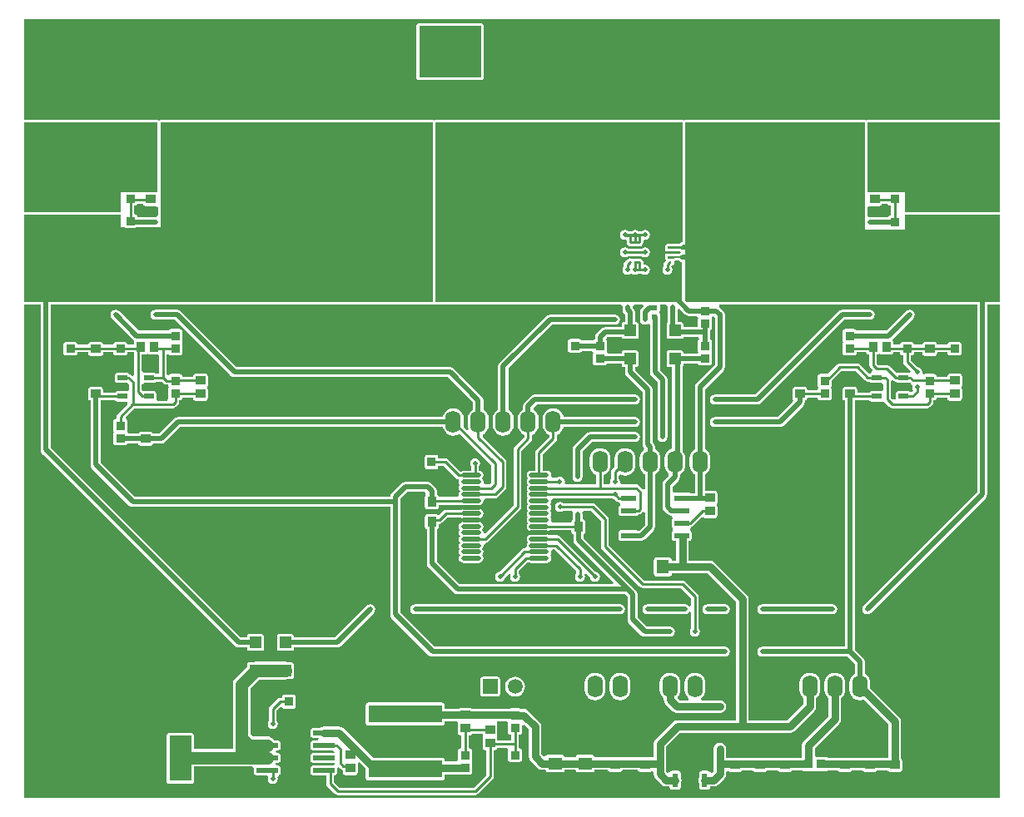
<source format=gtl>
G04 Layer_Physical_Order=1*
G04 Layer_Color=255*
%FSLAX25Y25*%
%MOIN*%
G70*
G01*
G75*
%ADD10R,0.08661X0.01968*%
%ADD11R,0.09449X0.12205*%
%ADD12R,0.03347X0.03740*%
%ADD13R,0.09055X0.18307*%
%ADD14R,0.03937X0.03543*%
%ADD15R,0.05512X0.05118*%
%ADD16R,0.03740X0.03347*%
%ADD17R,0.29528X0.07087*%
%ADD18R,0.02362X0.05512*%
%ADD19R,0.02362X0.03937*%
%ADD20R,0.02165X0.01968*%
%ADD21R,0.03543X0.03937*%
%ADD22R,0.03937X0.02165*%
%ADD23R,0.05118X0.05512*%
%ADD24R,0.05905X0.02362*%
%ADD25R,0.07087X0.05118*%
%ADD26R,0.04724X0.04724*%
%ADD27R,0.04724X0.04724*%
%ADD28R,0.06496X0.04724*%
%ADD29C,0.00906*%
%ADD30R,0.21000X0.22000*%
%ADD31R,0.25000X0.20800*%
%ADD32O,0.07874X0.01772*%
%ADD33C,0.01000*%
%ADD34C,0.02000*%
%ADD35C,0.03000*%
%ADD36C,0.05000*%
%ADD37C,0.02500*%
%ADD38O,0.06299X0.08858*%
%ADD39C,0.31496*%
%ADD40C,0.05905*%
%ADD41R,0.05905X0.05905*%
%ADD42C,0.01968*%
G36*
X165629Y199058D02*
X166020Y198980D01*
X166520Y198980D01*
X240361Y198980D01*
X240997Y198180D01*
X240961Y198000D01*
Y197000D01*
X241116Y196220D01*
X241558Y195558D01*
X241961Y195155D01*
Y192012D01*
X241638D01*
X241248Y191934D01*
X240917Y191713D01*
X240696Y191382D01*
X240618Y190992D01*
Y190039D01*
X234000D01*
X233220Y189884D01*
X232558Y189442D01*
X230558Y187442D01*
X230116Y186780D01*
X229961Y186000D01*
Y185218D01*
X229740Y185174D01*
X229409Y184953D01*
X229188Y184623D01*
X229183Y184598D01*
X224817D01*
X224812Y184623D01*
X224591Y184953D01*
X224260Y185174D01*
X223870Y185252D01*
X220130D01*
X219740Y185174D01*
X219409Y184953D01*
X219188Y184623D01*
X219110Y184232D01*
Y180886D01*
X219188Y180496D01*
X219409Y180165D01*
X219740Y179944D01*
X220130Y179866D01*
X223870D01*
X224260Y179944D01*
X224591Y180165D01*
X224812Y180496D01*
X224817Y180520D01*
X228857D01*
X229303Y179848D01*
X229188Y179504D01*
X229110Y179114D01*
Y175768D01*
X229188Y175378D01*
X229409Y175047D01*
X229740Y174826D01*
X230130Y174748D01*
X233870D01*
X234260Y174826D01*
X234591Y175047D01*
X234812Y175378D01*
X234817Y175402D01*
X240618D01*
Y175008D01*
X240696Y174618D01*
X240917Y174287D01*
X241248Y174066D01*
X241638Y173988D01*
X241962D01*
Y171999D01*
X242117Y171219D01*
X242559Y170557D01*
X248961Y164155D01*
Y143087D01*
X249116Y142306D01*
X249558Y141645D01*
X249580Y141622D01*
X249610Y141558D01*
X249535Y140618D01*
X249041Y140239D01*
X248375Y139372D01*
X247957Y138363D01*
X247815Y137279D01*
Y134721D01*
X247957Y133637D01*
X248375Y132628D01*
X249041Y131761D01*
X249907Y131096D01*
X249961Y131074D01*
Y125205D01*
X249161Y124963D01*
X249081Y125081D01*
X247566Y126597D01*
X247070Y126929D01*
X246484Y127045D01*
X240637D01*
X239992Y127845D01*
X240023Y128000D01*
X239869Y128774D01*
X239529Y129283D01*
Y130428D01*
X240329Y130921D01*
X240917Y130678D01*
X242000Y130535D01*
X243083Y130678D01*
X244093Y131096D01*
X244959Y131761D01*
X245625Y132628D01*
X246043Y133637D01*
X246185Y134721D01*
Y137279D01*
X246043Y138363D01*
X245625Y139372D01*
X244959Y140239D01*
X244093Y140904D01*
X243083Y141322D01*
X242000Y141465D01*
X240917Y141322D01*
X239907Y140904D01*
X239040Y140239D01*
X238375Y139372D01*
X237957Y138363D01*
X237815Y137279D01*
Y134721D01*
X237901Y134064D01*
X236919Y133081D01*
X236587Y132585D01*
X236471Y132000D01*
Y129283D01*
X236131Y128774D01*
X235977Y128000D01*
X236008Y127845D01*
X235363Y127045D01*
X233529D01*
Y130862D01*
X234093Y131096D01*
X234960Y131761D01*
X235625Y132628D01*
X236043Y133637D01*
X236185Y134721D01*
Y137279D01*
X236043Y138363D01*
X235625Y139372D01*
X234960Y140239D01*
X234093Y140904D01*
X233083Y141322D01*
X232000Y141465D01*
X230917Y141322D01*
X229907Y140904D01*
X229041Y140239D01*
X228375Y139372D01*
X227957Y138363D01*
X227815Y137279D01*
Y134721D01*
X227957Y133637D01*
X228375Y132628D01*
X229041Y131761D01*
X229907Y131096D01*
X230471Y130862D01*
Y127045D01*
X218513D01*
X217903Y127845D01*
X217948Y128075D01*
X217794Y128849D01*
X217356Y129505D01*
X216699Y129944D01*
X215925Y130098D01*
X215151Y129944D01*
X214643Y129604D01*
X213103D01*
X212511Y130404D01*
X212557Y130634D01*
X212410Y131370D01*
X211994Y131993D01*
X211370Y132410D01*
X210634Y132557D01*
X209112D01*
Y138949D01*
X214340Y144177D01*
X214672Y144674D01*
X214788Y145259D01*
Y146862D01*
X215352Y147096D01*
X216218Y147761D01*
X216883Y148628D01*
X217302Y149637D01*
X217344Y149961D01*
X246000D01*
X246780Y150116D01*
X247442Y150558D01*
X247884Y151220D01*
X248039Y152000D01*
X247884Y152780D01*
X247442Y153442D01*
X246780Y153884D01*
X246000Y154039D01*
X217344D01*
X217302Y154363D01*
X216883Y155372D01*
X216218Y156239D01*
X215352Y156904D01*
X214342Y157322D01*
X213259Y157465D01*
X212176Y157322D01*
X211166Y156904D01*
X210299Y156239D01*
X209634Y155372D01*
X209216Y154363D01*
X209073Y153279D01*
Y150721D01*
X209216Y149637D01*
X209634Y148628D01*
X210299Y147761D01*
X211166Y147096D01*
X211729Y146862D01*
Y145892D01*
X206501Y140664D01*
X206170Y140168D01*
X206053Y139583D01*
Y132557D01*
X204532D01*
X203796Y132410D01*
X203172Y131993D01*
X202755Y131370D01*
X202609Y130634D01*
X202755Y129898D01*
X203118Y129354D01*
X202755Y128811D01*
X202609Y128075D01*
X202755Y127339D01*
X203118Y126795D01*
X202755Y126252D01*
X202609Y125516D01*
X202755Y124780D01*
X203118Y124236D01*
X202755Y123693D01*
X202609Y122957D01*
X202755Y122221D01*
X203118Y121677D01*
X202755Y121133D01*
X202609Y120398D01*
X202755Y119662D01*
X203118Y119118D01*
X202755Y118574D01*
X202609Y117839D01*
X202755Y117103D01*
X203118Y116559D01*
X202755Y116015D01*
X202609Y115279D01*
X202755Y114544D01*
X203118Y114000D01*
X202755Y113456D01*
X202609Y112721D01*
X202755Y111985D01*
X203118Y111441D01*
X202755Y110897D01*
X202609Y110161D01*
X202755Y109426D01*
X203172Y108802D01*
X203796Y108385D01*
X204532Y108239D01*
X210634D01*
X211370Y108385D01*
X211739Y108632D01*
X220551D01*
Y108031D01*
X220629Y107641D01*
X220850Y107310D01*
X221181Y107089D01*
X221303Y107065D01*
Y104657D01*
X221459Y103877D01*
X221901Y103216D01*
X237338Y87778D01*
X237032Y87039D01*
X175845D01*
X166697Y96187D01*
Y109065D01*
X166819Y109090D01*
X167150Y109310D01*
X167371Y109641D01*
X167449Y110031D01*
Y111128D01*
X167657D01*
X168243Y111244D01*
X168739Y111576D01*
X170913Y113750D01*
X176261D01*
X176630Y113503D01*
X177366Y113357D01*
X183468D01*
X184204Y113503D01*
X184828Y113920D01*
X185245Y114544D01*
X185391Y115279D01*
X185245Y116015D01*
X184828Y116639D01*
X184204Y117056D01*
X183468Y117202D01*
X177366D01*
X176630Y117056D01*
X176261Y116809D01*
X170280D01*
X169694Y116692D01*
X169198Y116361D01*
X167493Y114656D01*
X167150Y114690D01*
X166819Y114910D01*
X166429Y114988D01*
X162886D01*
X162496Y114910D01*
X162165Y114690D01*
X161944Y114359D01*
X161866Y113969D01*
Y110031D01*
X161944Y109641D01*
X162165Y109310D01*
X162496Y109090D01*
X162618Y109065D01*
Y95342D01*
X162774Y94562D01*
X163216Y93901D01*
X173558Y83558D01*
X174220Y83116D01*
X175000Y82961D01*
X242155D01*
X242961Y82155D01*
Y73000D01*
X243116Y72220D01*
X243558Y71558D01*
X248558Y66558D01*
X249220Y66116D01*
X250000Y65961D01*
X260000D01*
X260780Y66116D01*
X261442Y66558D01*
X261884Y67220D01*
X262039Y68000D01*
X261884Y68780D01*
X261442Y69442D01*
X260780Y69884D01*
X260000Y70039D01*
X250845D01*
X247039Y73845D01*
Y83000D01*
X246884Y83780D01*
X246442Y84442D01*
X225382Y105502D01*
Y107065D01*
X225504Y107089D01*
X225835Y107310D01*
X226056Y107641D01*
X226134Y108031D01*
Y111969D01*
X226056Y112359D01*
X225835Y112689D01*
X225504Y112910D01*
X225114Y112988D01*
X225039D01*
Y115000D01*
X224906Y115671D01*
X225012Y115956D01*
X225385Y116471D01*
X228366D01*
X232471Y112366D01*
Y102000D01*
X232587Y101415D01*
X232919Y100919D01*
X247919Y85919D01*
X248415Y85587D01*
X249000Y85471D01*
X264367D01*
X268471Y81366D01*
Y78342D01*
X267671Y78100D01*
X267442Y78442D01*
X266780Y78884D01*
X266000Y79039D01*
X251000D01*
X250220Y78884D01*
X249558Y78442D01*
X249116Y77780D01*
X248961Y77000D01*
X249116Y76220D01*
X249558Y75558D01*
X250220Y75116D01*
X251000Y74961D01*
X266000D01*
X266780Y75116D01*
X267442Y75558D01*
X267671Y75900D01*
X268471Y75658D01*
Y69283D01*
X268131Y68774D01*
X267977Y68000D01*
X268131Y67226D01*
X268569Y66569D01*
X269226Y66131D01*
X270000Y65977D01*
X270774Y66131D01*
X271431Y66569D01*
X271869Y67226D01*
X272023Y68000D01*
X271869Y68774D01*
X271529Y69283D01*
Y82000D01*
X271413Y82585D01*
X271081Y83081D01*
X266081Y88081D01*
X265585Y88413D01*
X265000Y88529D01*
X249634D01*
X235529Y102634D01*
Y113000D01*
X235413Y113585D01*
X235081Y114081D01*
X230081Y119081D01*
X229585Y119413D01*
X229000Y119529D01*
X217283D01*
X216774Y119869D01*
X216000Y120023D01*
X215226Y119869D01*
X214569Y119431D01*
X214131Y118774D01*
X213977Y118000D01*
X214131Y117226D01*
X214569Y116569D01*
X215226Y116131D01*
X216000Y115977D01*
X216774Y116131D01*
X217283Y116471D01*
X220615D01*
X220988Y115956D01*
X221094Y115671D01*
X220961Y115000D01*
Y112764D01*
X220850Y112689D01*
X220629Y112359D01*
X220551Y111969D01*
Y111691D01*
X213103D01*
X212511Y112491D01*
X212557Y112721D01*
X212410Y113456D01*
X212047Y114000D01*
X212410Y114544D01*
X212557Y115279D01*
X212410Y116015D01*
X212047Y116559D01*
X212410Y117103D01*
X212557Y117839D01*
X212410Y118574D01*
X212047Y119118D01*
X212410Y119662D01*
X212557Y120398D01*
X212511Y120627D01*
X213103Y121427D01*
X236761D01*
X237269Y121088D01*
X237869Y120968D01*
X238419Y120419D01*
X238915Y120087D01*
X239466Y119977D01*
X239475Y119929D01*
X239696Y119598D01*
X239956Y119425D01*
X239994Y119000D01*
X239956Y118575D01*
X239696Y118402D01*
X239475Y118071D01*
X239398Y117681D01*
Y115319D01*
X239475Y114929D01*
X239696Y114598D01*
X240027Y114377D01*
X240417Y114299D01*
X246323D01*
X246713Y114377D01*
X247044Y114598D01*
X247265Y114929D01*
X247273Y114971D01*
X247500D01*
X248085Y115087D01*
X248581Y115419D01*
X249081Y115919D01*
X249161Y116037D01*
X249961Y115795D01*
Y110845D01*
X247655Y108539D01*
X246838D01*
X246713Y108623D01*
X246323Y108701D01*
X240417D01*
X240027Y108623D01*
X239696Y108402D01*
X239475Y108071D01*
X239398Y107681D01*
Y105319D01*
X239475Y104929D01*
X239696Y104598D01*
X240027Y104377D01*
X240417Y104299D01*
X246323D01*
X246713Y104377D01*
X246839Y104461D01*
X248500D01*
X249280Y104616D01*
X249942Y105058D01*
X253442Y108558D01*
X253884Y109220D01*
X254039Y110000D01*
Y131074D01*
X254093Y131096D01*
X254960Y131761D01*
X255625Y132628D01*
X256043Y133637D01*
X256185Y134721D01*
Y137279D01*
X256043Y138363D01*
X255625Y139372D01*
X254960Y140239D01*
X254093Y140904D01*
X254039Y140926D01*
Y142087D01*
X253884Y142867D01*
X253442Y143528D01*
X253039Y143931D01*
Y165000D01*
X252884Y165780D01*
X252442Y166442D01*
X246040Y172844D01*
Y173988D01*
X246362D01*
X246752Y174066D01*
X247083Y174287D01*
X247304Y174618D01*
X247382Y175008D01*
Y179732D01*
X247304Y180122D01*
X247083Y180453D01*
X246752Y180674D01*
X246362Y180752D01*
X241638D01*
X241248Y180674D01*
X240917Y180453D01*
X240696Y180122D01*
X240618Y179732D01*
Y179480D01*
X235142D01*
X234697Y180152D01*
X234812Y180496D01*
X234890Y180886D01*
Y184232D01*
X234812Y184623D01*
X234591Y184953D01*
X234716Y185832D01*
X234845Y185961D01*
X240679D01*
X240696Y185878D01*
X240917Y185547D01*
X241248Y185326D01*
X241638Y185248D01*
X246362D01*
X246752Y185326D01*
X247083Y185547D01*
X247304Y185878D01*
X247382Y186268D01*
Y190992D01*
X247304Y191382D01*
X247083Y191713D01*
X246752Y191934D01*
X246362Y192012D01*
X246039D01*
Y196000D01*
X245884Y196780D01*
X245442Y197442D01*
X245039Y197845D01*
Y198000D01*
X245003Y198180D01*
X245639Y198980D01*
X246884D01*
X246982Y199000D01*
X247018D01*
X247116Y198980D01*
X249051D01*
X249358Y198241D01*
X248558Y197442D01*
X248116Y196780D01*
X247961Y196000D01*
Y193051D01*
X248116Y192270D01*
X248125Y192257D01*
X248131Y192226D01*
X248569Y191569D01*
X249226Y191131D01*
X249257Y191125D01*
X249270Y191116D01*
X250051Y190961D01*
X250831Y191116D01*
X251161Y191336D01*
X251961Y190929D01*
Y172000D01*
X252116Y171220D01*
X252558Y170558D01*
X254961Y168155D01*
Y146000D01*
X255116Y145220D01*
X255558Y144558D01*
X256220Y144116D01*
X257000Y143961D01*
X257780Y144116D01*
X258442Y144558D01*
X258884Y145220D01*
X259039Y146000D01*
Y169000D01*
X258884Y169780D01*
X258442Y170442D01*
X256039Y172845D01*
Y194094D01*
X256039Y194094D01*
X255967Y194454D01*
Y195213D01*
X255890Y195603D01*
X255700Y196000D01*
X255890Y196397D01*
X255967Y196787D01*
Y198756D01*
X256152Y198980D01*
X258361D01*
X258997Y198180D01*
X258961Y198000D01*
Y191743D01*
X258917Y191713D01*
X258696Y191382D01*
X258618Y190992D01*
Y186268D01*
X258696Y185878D01*
X258917Y185547D01*
X259248Y185326D01*
X259638Y185248D01*
X264362D01*
X264752Y185326D01*
X265083Y185547D01*
X265304Y185878D01*
X265321Y185961D01*
X271593D01*
X271740Y185174D01*
X271409Y184953D01*
X271188Y184623D01*
X271110Y184232D01*
Y180886D01*
X271188Y180496D01*
X271303Y180152D01*
X270858Y179480D01*
X265382D01*
Y179732D01*
X265304Y180122D01*
X265083Y180453D01*
X264752Y180674D01*
X264362Y180752D01*
X259638D01*
X259248Y180674D01*
X258917Y180453D01*
X258696Y180122D01*
X258618Y179732D01*
Y175008D01*
X258696Y174618D01*
X258917Y174287D01*
X259248Y174066D01*
X259638Y173988D01*
X260890D01*
Y141311D01*
X259907Y140904D01*
X259040Y140239D01*
X258375Y139372D01*
X257957Y138363D01*
X257815Y137279D01*
Y134721D01*
X257957Y133637D01*
X258375Y132628D01*
X259040Y131761D01*
X259461Y131438D01*
X259544Y130433D01*
X259537Y130421D01*
X257558Y128442D01*
X257116Y127780D01*
X256961Y127000D01*
Y118000D01*
X257116Y117220D01*
X257558Y116558D01*
X259058Y115058D01*
X259720Y114616D01*
X260500Y114461D01*
X260661D01*
X260815Y114249D01*
X260956Y113402D01*
X260735Y113071D01*
X260658Y112681D01*
Y110319D01*
X260735Y109929D01*
X260956Y109598D01*
X261216Y109425D01*
X261254Y109000D01*
X261216Y108575D01*
X260956Y108402D01*
X260735Y108071D01*
X260658Y107681D01*
Y105319D01*
X260735Y104929D01*
X260956Y104598D01*
X261287Y104377D01*
X261677Y104299D01*
X262451D01*
Y96549D01*
X260728D01*
Y96756D01*
X260651Y97146D01*
X260430Y97477D01*
X260099Y97698D01*
X259709Y97776D01*
X254591D01*
X254200Y97698D01*
X253870Y97477D01*
X253649Y97146D01*
X253571Y96756D01*
Y91244D01*
X253649Y90854D01*
X253870Y90523D01*
X254200Y90302D01*
X254591Y90224D01*
X259709D01*
X260099Y90302D01*
X260430Y90523D01*
X260651Y90854D01*
X260728Y91244D01*
Y91451D01*
X274944D01*
X286451Y79944D01*
Y32549D01*
X263000D01*
X262024Y32355D01*
X261198Y31802D01*
X254198Y24802D01*
X253645Y23976D01*
X253451Y23000D01*
Y17699D01*
X229776D01*
Y17709D01*
X229698Y18099D01*
X229477Y18430D01*
X229146Y18651D01*
X228756Y18728D01*
X223244D01*
X222854Y18651D01*
X222523Y18430D01*
X222302Y18099D01*
X222224Y17709D01*
Y17699D01*
X217776D01*
Y17709D01*
X217698Y18099D01*
X217477Y18430D01*
X217146Y18651D01*
X216756Y18728D01*
X211244D01*
X210854Y18651D01*
X210523Y18430D01*
X210436Y18300D01*
X209720Y18111D01*
X209490Y18115D01*
X208549Y19056D01*
Y30000D01*
X208355Y30975D01*
X207802Y31802D01*
X203243Y36362D01*
X202416Y36914D01*
X201441Y37108D01*
X200359D01*
X200260Y37174D01*
X199870Y37252D01*
X196130D01*
X195902Y37207D01*
X180605D01*
X180359Y37371D01*
X179969Y37449D01*
X176031D01*
X175641Y37371D01*
X175395Y37207D01*
X169783D01*
Y38567D01*
X169706Y38957D01*
X169485Y39288D01*
X169154Y39509D01*
X168764Y39586D01*
X139236D01*
X138846Y39509D01*
X138515Y39288D01*
X138294Y38957D01*
X138217Y38567D01*
Y31480D01*
X138294Y31090D01*
X138515Y30759D01*
X138846Y30538D01*
X139236Y30461D01*
X168764D01*
X169154Y30538D01*
X169485Y30759D01*
X169706Y31090D01*
X169783Y31480D01*
Y32109D01*
X174531D01*
X174716Y31909D01*
X175051Y31308D01*
X175012Y31114D01*
Y27571D01*
X175090Y27181D01*
X175311Y26850D01*
X175641Y26629D01*
X176031Y26551D01*
X176471D01*
Y21252D01*
X176130D01*
X175740Y21174D01*
X175409Y20953D01*
X175188Y20622D01*
X175110Y20232D01*
Y16886D01*
X175129Y16790D01*
X174710Y16108D01*
X174564Y15990D01*
X169783D01*
Y16520D01*
X169706Y16910D01*
X169485Y17241D01*
X169154Y17462D01*
X168764Y17539D01*
X141066D01*
X135974Y22631D01*
X129302Y29302D01*
X128475Y29855D01*
X127500Y30049D01*
X121319D01*
X120343Y29855D01*
X119818Y29504D01*
X116988D01*
X116598Y29426D01*
X116267Y29205D01*
X116046Y28874D01*
X115969Y28484D01*
Y26516D01*
X116046Y26126D01*
X116267Y25795D01*
X116598Y25574D01*
X116988Y25496D01*
X119328D01*
X119484Y25304D01*
X119102Y24504D01*
X116988D01*
X116598Y24426D01*
X116267Y24205D01*
X116046Y23874D01*
X115969Y23484D01*
Y21516D01*
X116046Y21126D01*
X116267Y20795D01*
X116598Y20574D01*
X116988Y20496D01*
X124941D01*
X125679Y19770D01*
X125650Y19504D01*
X116988D01*
X116598Y19426D01*
X116267Y19205D01*
X116046Y18874D01*
X115969Y18484D01*
Y16516D01*
X116046Y16126D01*
X116267Y15795D01*
X116598Y15574D01*
X116988Y15496D01*
X125650D01*
X125780Y15153D01*
X125164Y14504D01*
X116988D01*
X116598Y14426D01*
X116267Y14205D01*
X116046Y13874D01*
X115969Y13484D01*
Y11516D01*
X116046Y11126D01*
X116267Y10795D01*
X116598Y10574D01*
X116988Y10496D01*
X122471D01*
Y7000D01*
X122587Y6415D01*
X122919Y5919D01*
X125919Y2919D01*
X126415Y2587D01*
X127000Y2471D01*
X182000D01*
X182585Y2587D01*
X183081Y2919D01*
X189010Y8847D01*
X189341Y9343D01*
X189457Y9928D01*
Y20551D01*
X189897D01*
X190287Y20629D01*
X190618Y20850D01*
X190839Y21181D01*
X190896Y21471D01*
X194853D01*
X195220Y20671D01*
X195188Y20622D01*
X195110Y20232D01*
Y16886D01*
X195188Y16496D01*
X195409Y16165D01*
X195740Y15944D01*
X196130Y15866D01*
X199870D01*
X200260Y15944D01*
X200591Y16165D01*
X200812Y16496D01*
X200890Y16886D01*
Y20232D01*
X200812Y20622D01*
X200591Y20953D01*
X200260Y21174D01*
X199870Y21252D01*
X199529D01*
Y23000D01*
Y26748D01*
X199870D01*
X200260Y26826D01*
X200591Y27047D01*
X200812Y27378D01*
X200890Y27768D01*
Y30374D01*
X201690Y30705D01*
X203451Y28944D01*
Y18000D01*
X203645Y17025D01*
X204198Y16198D01*
X207048Y13347D01*
X207875Y12795D01*
X208850Y12601D01*
X210225D01*
Y12591D01*
X210302Y12200D01*
X210523Y11870D01*
X210854Y11649D01*
X211244Y11571D01*
X216756D01*
X217146Y11649D01*
X217477Y11870D01*
X217698Y12200D01*
X217776Y12591D01*
Y12601D01*
X222224D01*
Y12591D01*
X222302Y12200D01*
X222523Y11870D01*
X222854Y11649D01*
X223244Y11571D01*
X228756D01*
X229146Y11649D01*
X229477Y11870D01*
X229698Y12200D01*
X229776Y12591D01*
Y12601D01*
X235069D01*
X235089Y12496D01*
X235311Y12165D01*
X235641Y11944D01*
X236032Y11866D01*
X239968D01*
X240359Y11944D01*
X240689Y12165D01*
X240911Y12496D01*
X240931Y12601D01*
X247069D01*
X247090Y12496D01*
X247310Y12165D01*
X247641Y11944D01*
X248031Y11866D01*
X251969D01*
X252359Y11944D01*
X252651Y12139D01*
X252868Y12094D01*
X253451Y11865D01*
Y11000D01*
X253645Y10025D01*
X254198Y9198D01*
X256709Y6686D01*
X257536Y6133D01*
X258512Y5939D01*
X259894D01*
Y5732D01*
X259971Y5342D01*
X260192Y5011D01*
X260523Y4790D01*
X260913Y4713D01*
X263276D01*
X263666Y4790D01*
X263997Y5011D01*
X264218Y5342D01*
X264295Y5732D01*
Y7282D01*
X264449Y7513D01*
X264644Y8488D01*
X264449Y9464D01*
X264295Y9695D01*
Y11244D01*
X264218Y11634D01*
X263997Y11965D01*
X263666Y12186D01*
X263276Y12264D01*
X260913D01*
X260523Y12186D01*
X260192Y11965D01*
X260024Y11712D01*
X259851Y11612D01*
X259125Y11480D01*
X258549Y12056D01*
Y21944D01*
X264056Y27451D01*
X308000D01*
X308976Y27645D01*
X309802Y28198D01*
X317802Y36198D01*
X318355Y37025D01*
X318549Y38000D01*
Y41446D01*
X318959Y41761D01*
X319625Y42628D01*
X320043Y43637D01*
X320185Y44721D01*
Y47280D01*
X320043Y48363D01*
X319625Y49372D01*
X318959Y50239D01*
X318093Y50904D01*
X317083Y51322D01*
X316000Y51465D01*
X314917Y51322D01*
X313907Y50904D01*
X313040Y50239D01*
X312375Y49372D01*
X311957Y48363D01*
X311815Y47280D01*
Y44721D01*
X311957Y43637D01*
X312375Y42628D01*
X313040Y41761D01*
X313451Y41446D01*
Y39056D01*
X306944Y32549D01*
X291549D01*
Y81000D01*
X291355Y81976D01*
X290802Y82802D01*
X277802Y95802D01*
X276975Y96355D01*
X276000Y96549D01*
X267549D01*
Y104299D01*
X267583D01*
X267973Y104377D01*
X268304Y104598D01*
X268525Y104929D01*
X268602Y105319D01*
Y107681D01*
X268525Y108071D01*
X268304Y108402D01*
X268044Y108575D01*
X268006Y109000D01*
X268044Y109425D01*
X268304Y109598D01*
X268525Y109929D01*
X268546Y110037D01*
X268796Y110087D01*
X269292Y110419D01*
X272499Y113625D01*
X273311Y113850D01*
X273641Y113629D01*
X274031Y113551D01*
X277969D01*
X278359Y113629D01*
X278690Y113850D01*
X278910Y114181D01*
X278988Y114571D01*
Y118114D01*
X278910Y118504D01*
X278690Y118835D01*
Y119165D01*
X278910Y119496D01*
X278988Y119886D01*
Y123429D01*
X278910Y123819D01*
X278690Y124150D01*
X278359Y124371D01*
X277969Y124449D01*
X274039D01*
Y131074D01*
X274093Y131096D01*
X274959Y131761D01*
X275625Y132628D01*
X276043Y133637D01*
X276185Y134721D01*
Y137279D01*
X276043Y138363D01*
X275625Y139372D01*
X274959Y140239D01*
X274093Y140904D01*
X274039Y140926D01*
Y165155D01*
X281442Y172558D01*
X281884Y173220D01*
X282039Y174000D01*
Y195000D01*
X281884Y195780D01*
X281442Y196442D01*
X279883Y198001D01*
X279614Y198180D01*
X279857Y198980D01*
X281884D01*
X281982Y199000D01*
X282018D01*
X282116Y198980D01*
X299884D01*
X299982Y199000D01*
X300018D01*
X300116Y198980D01*
X302884D01*
X302982Y199000D01*
X303018D01*
X303116Y198980D01*
X305884D01*
X305982Y199000D01*
X306018D01*
X306116Y198980D01*
X335884Y198980D01*
X335982Y199000D01*
X336018D01*
X336116Y198980D01*
X347884D01*
X347982Y199000D01*
X348018D01*
X348116Y198980D01*
X359884D01*
X359982Y199000D01*
X360018D01*
X360116Y198980D01*
X382961D01*
Y123845D01*
X337558Y78442D01*
X337116Y77780D01*
X336961Y77000D01*
X337116Y76220D01*
X337558Y75558D01*
X338220Y75116D01*
X339000Y74961D01*
X339780Y75116D01*
X340442Y75558D01*
X386442Y121558D01*
X386884Y122220D01*
X387039Y123000D01*
Y198980D01*
X392000D01*
X392171Y198840D01*
Y1529D01*
X1529D01*
Y198980D01*
X7961D01*
Y141000D01*
X8116Y140220D01*
X8558Y139558D01*
X85928Y62188D01*
X86590Y61746D01*
X87370Y61591D01*
X87370Y61591D01*
X90618D01*
Y61268D01*
X90696Y60878D01*
X90917Y60547D01*
X91248Y60326D01*
X91638Y60248D01*
X96362D01*
X96752Y60326D01*
X97083Y60547D01*
X97304Y60878D01*
X97382Y61268D01*
Y65992D01*
X97304Y66382D01*
X97083Y66713D01*
X96752Y66934D01*
X96362Y67012D01*
X91638D01*
X91248Y66934D01*
X90917Y66713D01*
X90696Y66382D01*
X90618Y65992D01*
Y65669D01*
X88215D01*
X12039Y141845D01*
Y198980D01*
X57884D01*
X57982Y199000D01*
X58018D01*
X58116Y198980D01*
X86884D01*
X86982Y199000D01*
X87018D01*
X87116Y198980D01*
X89884D01*
X89982Y199000D01*
X90018D01*
X90116Y198980D01*
X92884D01*
X92982Y199000D01*
X93018D01*
X93116Y198980D01*
X165000D01*
X165390Y199058D01*
X165510Y199138D01*
X165629Y199058D01*
D02*
G37*
G36*
X338000Y232197D02*
X337961Y232000D01*
X338000Y231803D01*
Y229000D01*
X354000D01*
Y235000D01*
X392000D01*
Y200000D01*
X360116D01*
X360000Y200023D01*
X359884Y200000D01*
X348116D01*
X348000Y200023D01*
X347884Y200000D01*
X336116D01*
X336000Y200023D01*
X335884Y200000D01*
X306116Y200000D01*
X306000Y200023D01*
X305884Y200000D01*
X303116D01*
X303000Y200023D01*
X302884Y200000D01*
X300116D01*
X300000Y200023D01*
X299884Y200000D01*
X282116D01*
X282000Y200023D01*
X281884Y200000D01*
X266884D01*
X266000Y200884D01*
X266000Y217000D01*
X264949D01*
X264853Y217145D01*
X264357Y217476D01*
X263771Y217593D01*
X262000D01*
X261414Y217476D01*
X261071Y217247D01*
X260795Y217432D01*
X260228Y217545D01*
X259661Y217432D01*
X259537Y217349D01*
X259047Y217686D01*
Y218471D01*
X263771D01*
X264357Y218587D01*
X264853Y218919D01*
X264907Y219000D01*
X266000D01*
Y221000D01*
X264907D01*
X264853Y221082D01*
X264357Y221413D01*
X263771Y221530D01*
X259047D01*
Y222408D01*
X263771D01*
X264357Y222524D01*
X264853Y222856D01*
X264949Y223000D01*
X266000D01*
X266000Y272000D01*
X338000D01*
Y232197D01*
D02*
G37*
G36*
X264980Y224020D02*
X264949D01*
X264851Y224000D01*
X264750D01*
X264657Y223962D01*
X264559Y223942D01*
X264475Y223886D01*
X264383Y223848D01*
X264312Y223777D01*
X264228Y223721D01*
X264172Y223637D01*
X264142Y223607D01*
X263959Y223485D01*
X263778Y223449D01*
X263771Y223450D01*
X263658Y223428D01*
X262113D01*
X262000Y223450D01*
X261887Y223428D01*
X260341D01*
X260228Y223450D01*
X260115Y223428D01*
X259047D01*
X258657Y223350D01*
X258326Y223129D01*
X258105Y222798D01*
X258027Y222408D01*
Y221530D01*
X258033Y221500D01*
X258000Y221000D01*
X258000Y221000D01*
X258000Y221000D01*
Y219000D01*
X258000Y219000D01*
X258000D01*
X258033Y218500D01*
X258027Y218471D01*
Y217686D01*
X258046Y217594D01*
X258044Y217500D01*
X258084Y217401D01*
X258105Y217296D01*
X258157Y217218D01*
X258192Y217131D01*
X258266Y217054D01*
X258326Y216965D01*
X258300Y216463D01*
X257919Y216081D01*
X257587Y215585D01*
X257471Y215000D01*
Y214283D01*
X257131Y213774D01*
X256977Y213000D01*
X257131Y212226D01*
X257569Y211569D01*
X258226Y211131D01*
X259000Y210977D01*
X259774Y211131D01*
X260431Y211569D01*
X260869Y212226D01*
X261023Y213000D01*
X260869Y213774D01*
X260529Y214283D01*
Y214367D01*
X260971Y214808D01*
X260977Y214816D01*
X261275Y215016D01*
X261596Y215496D01*
X261709Y216063D01*
X261681Y216205D01*
X262000Y216551D01*
X262113Y216573D01*
X263658D01*
X263771Y216551D01*
X263778Y216552D01*
X263959Y216516D01*
X264142Y216394D01*
X264173Y216363D01*
X264229Y216279D01*
X264312Y216223D01*
X264383Y216152D01*
X264476Y216114D01*
X264559Y216058D01*
X264658Y216038D01*
X264751Y216000D01*
X264850D01*
X264850Y200000D01*
X261197D01*
X261000Y200039D01*
X260803Y200000D01*
X247116D01*
X247000Y200023D01*
X246884Y200000D01*
X243197D01*
X243000Y200039D01*
X242803Y200000D01*
X166520Y200000D01*
X166020Y200000D01*
X166020Y272000D01*
X264980D01*
X264980Y224020D01*
D02*
G37*
G36*
X265999Y195117D02*
X265999Y195117D01*
X266661Y194675D01*
X267441Y194520D01*
X267441Y194520D01*
X270858D01*
X271303Y193848D01*
X271188Y193504D01*
X271110Y193114D01*
Y190039D01*
X265382D01*
Y190992D01*
X265304Y191382D01*
X265083Y191713D01*
X264752Y191934D01*
X264362Y192012D01*
X263039D01*
Y196946D01*
X263839Y197277D01*
X265999Y195117D01*
D02*
G37*
G36*
X194814Y31909D02*
X195149Y31308D01*
X195110Y31114D01*
Y27768D01*
X195188Y27378D01*
X195409Y27047D01*
X195740Y26826D01*
X196130Y26748D01*
X196471D01*
Y24529D01*
X190916D01*
Y25114D01*
X190839Y25504D01*
X190618Y25835D01*
Y26165D01*
X190839Y26496D01*
X190916Y26886D01*
Y30429D01*
X190839Y30819D01*
X190618Y31150D01*
X190858Y31952D01*
X190986Y32109D01*
X194630D01*
X194814Y31909D01*
D02*
G37*
G36*
X277961Y193669D02*
Y174845D01*
X270558Y167442D01*
X270116Y166780D01*
X269961Y166000D01*
Y140926D01*
X269907Y140904D01*
X269040Y140239D01*
X268375Y139372D01*
X267957Y138363D01*
X267815Y137279D01*
Y134721D01*
X267957Y133637D01*
X268375Y132628D01*
X269040Y131761D01*
X269907Y131096D01*
X269961Y131074D01*
Y123539D01*
X268098D01*
X267973Y123623D01*
X267583Y123701D01*
X261677D01*
X261039Y124346D01*
Y126155D01*
X263442Y128558D01*
X263884Y129220D01*
X264039Y130000D01*
Y131074D01*
X264093Y131096D01*
X264960Y131761D01*
X265625Y132628D01*
X266043Y133637D01*
X266185Y134721D01*
Y137279D01*
X266043Y138363D01*
X265625Y139372D01*
X264968Y140228D01*
Y174210D01*
X265083Y174287D01*
X265304Y174618D01*
X265382Y175008D01*
Y175402D01*
X271183D01*
X271188Y175378D01*
X271409Y175047D01*
X271740Y174826D01*
X272130Y174748D01*
X275870D01*
X276260Y174826D01*
X276591Y175047D01*
X276812Y175378D01*
X276890Y175768D01*
Y179114D01*
X276812Y179504D01*
X276646Y180000D01*
X276812Y180496D01*
X276890Y180886D01*
Y184232D01*
X276812Y184623D01*
X276591Y184953D01*
X276260Y185174D01*
X276039Y185218D01*
Y188782D01*
X276260Y188826D01*
X276591Y189047D01*
X276812Y189377D01*
X276890Y189768D01*
Y193114D01*
X276812Y193504D01*
X276771Y193626D01*
X277213Y194294D01*
X277284Y194301D01*
X277961Y193669D01*
D02*
G37*
G36*
X184940Y26886D02*
X185018Y26496D01*
X185239Y26165D01*
Y25835D01*
X185018Y25504D01*
X184940Y25114D01*
Y21571D01*
X185018Y21181D01*
X185239Y20850D01*
X185570Y20629D01*
X185960Y20551D01*
X186399D01*
Y10562D01*
X181367Y5529D01*
X127634D01*
X125529Y7633D01*
Y10496D01*
X125650D01*
X126040Y10574D01*
X126371Y10795D01*
X126592Y11126D01*
X126669Y11516D01*
Y13281D01*
X127167Y13577D01*
X127452Y13630D01*
X128163Y12919D01*
X128659Y12587D01*
X129012Y12517D01*
Y11571D01*
X129089Y11181D01*
X129311Y10850D01*
X129641Y10629D01*
X130032Y10551D01*
X133968D01*
X134359Y10629D01*
X134689Y10850D01*
X134911Y11181D01*
X134988Y11571D01*
Y15114D01*
X134948Y15316D01*
X135615Y15780D01*
X138217Y13179D01*
Y9433D01*
X138294Y9043D01*
X138515Y8712D01*
X138846Y8491D01*
X139236Y8414D01*
X168764D01*
X169154Y8491D01*
X169485Y8712D01*
X169706Y9043D01*
X169783Y9433D01*
Y10892D01*
X175641D01*
X175740Y10826D01*
X176130Y10748D01*
X179870D01*
X180260Y10826D01*
X180591Y11047D01*
X180812Y11377D01*
X180890Y11768D01*
Y15114D01*
X180812Y15504D01*
X180646Y16000D01*
X180812Y16496D01*
X180890Y16886D01*
Y20232D01*
X180812Y20622D01*
X180591Y20953D01*
X180260Y21174D01*
X179870Y21252D01*
X179529D01*
Y26551D01*
X179969D01*
X180359Y26629D01*
X180690Y26850D01*
X180875Y27128D01*
X184940D01*
Y26886D01*
D02*
G37*
G36*
X347188Y239377D02*
X347409Y239047D01*
X347740Y238826D01*
X348130Y238748D01*
X348471D01*
Y234693D01*
X348130D01*
X347740Y234615D01*
X347409Y234394D01*
X347188Y234063D01*
X347183Y234039D01*
X340000D01*
X339820Y234003D01*
X339020Y234639D01*
Y238034D01*
X339169Y238195D01*
X339820Y238579D01*
X339960Y238551D01*
X343897D01*
X344287Y238629D01*
X344618Y238850D01*
X344839Y239181D01*
X344896Y239471D01*
X347169D01*
X347188Y239377D01*
D02*
G37*
G36*
X392000Y236020D02*
X354000D01*
Y244000D01*
X352344D01*
X352260Y244056D01*
X351870Y244134D01*
X348130D01*
X347740Y244056D01*
X347656Y244000D01*
X344371D01*
X344287Y244056D01*
X343897Y244134D01*
X339960D01*
X339569Y244056D01*
X339485Y244000D01*
X339172D01*
X339020Y244153D01*
Y272000D01*
X392000D01*
Y236020D01*
D02*
G37*
G36*
X392171Y273160D02*
X392000Y273020D01*
X339020D01*
X338629Y272942D01*
X338510Y272862D01*
X338390Y272942D01*
X338000Y273020D01*
X266000D01*
X265610Y272942D01*
X265490Y272862D01*
X265371Y272942D01*
X264980Y273020D01*
X166020D01*
X165629Y272942D01*
X165510Y272862D01*
X165390Y272942D01*
X165000Y273020D01*
X56000Y273020D01*
X55610Y272942D01*
X55414Y272811D01*
X55218Y272942D01*
X54828Y273020D01*
X1529D01*
Y313431D01*
X392171D01*
Y273160D01*
D02*
G37*
G36*
X54828Y269828D02*
X54828Y244363D01*
X54757Y244308D01*
X54328Y244077D01*
X54040Y244134D01*
X50103D01*
X49713Y244056D01*
X49629Y244000D01*
X46344D01*
X46260Y244056D01*
X45870Y244134D01*
X42130D01*
X41740Y244056D01*
X41656Y244000D01*
X40000D01*
Y236020D01*
X1529D01*
Y272000D01*
X54828D01*
Y269828D01*
D02*
G37*
G36*
X49161Y239181D02*
X49382Y238850D01*
X49713Y238629D01*
X50103Y238551D01*
X54040D01*
X54180Y238579D01*
X54831Y238195D01*
X54980Y238034D01*
Y234639D01*
X54180Y234003D01*
X54000Y234039D01*
X46890D01*
Y234232D01*
X46812Y234623D01*
X46591Y234953D01*
X46260Y235174D01*
X45870Y235252D01*
X45529D01*
Y238748D01*
X45870D01*
X46260Y238826D01*
X46591Y239047D01*
X46812Y239377D01*
X46831Y239471D01*
X49104D01*
X49161Y239181D01*
D02*
G37*
G36*
X165000Y200000D02*
X93116D01*
X93000Y200023D01*
X92884Y200000D01*
X90116D01*
X90000Y200023D01*
X89884Y200000D01*
X87116D01*
X87000Y200023D01*
X86884Y200000D01*
X58116D01*
X58000Y200023D01*
X57884Y200000D01*
X1529D01*
Y235000D01*
X40000D01*
Y230000D01*
X41656D01*
X41740Y229944D01*
X42130Y229866D01*
X45870D01*
X46260Y229944D01*
X46286Y229961D01*
X54000D01*
X54197Y230000D01*
X56000D01*
Y231803D01*
X56039Y232000D01*
X56000Y232197D01*
X56000Y272000D01*
X165000Y272000D01*
X165000Y200000D01*
D02*
G37*
%LPC*%
G36*
X325000Y79039D02*
X297000D01*
X296220Y78884D01*
X295558Y78442D01*
X295116Y77780D01*
X294961Y77000D01*
X295116Y76220D01*
X295558Y75558D01*
X296220Y75116D01*
X297000Y74961D01*
X325000D01*
X325780Y75116D01*
X326442Y75558D01*
X326884Y76220D01*
X327039Y77000D01*
X326884Y77780D01*
X326442Y78442D01*
X325780Y78884D01*
X325000Y79039D01*
D02*
G37*
G36*
X282000D02*
X275000D01*
X274220Y78884D01*
X273558Y78442D01*
X273116Y77780D01*
X272961Y77000D01*
X273116Y76220D01*
X273558Y75558D01*
X274220Y75116D01*
X275000Y74961D01*
X282000D01*
X282780Y75116D01*
X283442Y75558D01*
X283884Y76220D01*
X284039Y77000D01*
X283884Y77780D01*
X283442Y78442D01*
X282780Y78884D01*
X282000Y79039D01*
D02*
G37*
G36*
X230000Y51465D02*
X228917Y51322D01*
X227907Y50904D01*
X227041Y50239D01*
X226375Y49372D01*
X225957Y48363D01*
X225815Y47280D01*
Y44721D01*
X225957Y43637D01*
X226375Y42628D01*
X227041Y41761D01*
X227907Y41096D01*
X228917Y40678D01*
X230000Y40535D01*
X231083Y40678D01*
X232093Y41096D01*
X232960Y41761D01*
X233625Y42628D01*
X234043Y43637D01*
X234185Y44721D01*
Y47280D01*
X234043Y48363D01*
X233625Y49372D01*
X232960Y50239D01*
X232093Y50904D01*
X231083Y51322D01*
X230000Y51465D01*
D02*
G37*
G36*
X246000Y163039D02*
X205913D01*
X205133Y162884D01*
X204471Y162442D01*
X201817Y159787D01*
X201375Y159126D01*
X201220Y158345D01*
Y156926D01*
X201166Y156904D01*
X200299Y156239D01*
X199634Y155372D01*
X199216Y154363D01*
X199073Y153279D01*
Y150721D01*
X199216Y149637D01*
X199634Y148628D01*
X200299Y147761D01*
X201166Y147096D01*
X201729Y146862D01*
Y145892D01*
X197919Y142081D01*
X197587Y141585D01*
X197471Y141000D01*
Y118633D01*
X186149Y107312D01*
X185637Y107508D01*
X185378Y107672D01*
X185245Y108338D01*
X184882Y108882D01*
X185245Y109426D01*
X185391Y110161D01*
X185245Y110897D01*
X184828Y111521D01*
X184204Y111938D01*
X183468Y112084D01*
X177366D01*
X176630Y111938D01*
X176006Y111521D01*
X175590Y110897D01*
X175443Y110161D01*
X175590Y109426D01*
X175953Y108882D01*
X175590Y108338D01*
X175443Y107602D01*
X175590Y106867D01*
X175953Y106323D01*
X175590Y105779D01*
X175443Y105043D01*
X175590Y104307D01*
X175953Y103764D01*
X175590Y103220D01*
X175443Y102484D01*
X175590Y101748D01*
X175953Y101205D01*
X175590Y100661D01*
X175443Y99925D01*
X175590Y99189D01*
X175953Y98646D01*
X175590Y98102D01*
X175443Y97366D01*
X175590Y96630D01*
X176006Y96007D01*
X176630Y95590D01*
X177366Y95443D01*
X183468D01*
X184204Y95590D01*
X184828Y96007D01*
X185245Y96630D01*
X185391Y97366D01*
X185245Y98102D01*
X184882Y98646D01*
X185245Y99189D01*
X185391Y99925D01*
X185245Y100661D01*
X184882Y101205D01*
X185245Y101748D01*
X185391Y102484D01*
X185346Y102714D01*
X185938Y103514D01*
X186043D01*
X186629Y103630D01*
X187125Y103962D01*
X200081Y116919D01*
X200413Y117415D01*
X200529Y118000D01*
Y140366D01*
X204340Y144177D01*
X204672Y144674D01*
X204788Y145259D01*
Y146862D01*
X205351Y147096D01*
X206218Y147761D01*
X206884Y148628D01*
X207302Y149637D01*
X207444Y150721D01*
Y153279D01*
X207302Y154363D01*
X206884Y155372D01*
X206218Y156239D01*
X205505Y156787D01*
X205448Y157565D01*
X205463Y157666D01*
X206758Y158961D01*
X246000D01*
X246780Y159116D01*
X247442Y159558D01*
X247884Y160220D01*
X248039Y161000D01*
X247884Y161780D01*
X247442Y162442D01*
X246780Y162884D01*
X246000Y163039D01*
D02*
G37*
G36*
X210634Y106966D02*
X204532D01*
X203796Y106820D01*
X203172Y106403D01*
X202755Y105779D01*
X202609Y105043D01*
X202755Y104307D01*
X203118Y103764D01*
X202755Y103220D01*
X202609Y102484D01*
X202654Y102255D01*
X202063Y101455D01*
X201925D01*
X201340Y101338D01*
X200844Y101007D01*
X191825Y91988D01*
X191226Y91869D01*
X190569Y91431D01*
X190131Y90774D01*
X189977Y90000D01*
X190131Y89226D01*
X190569Y88569D01*
X191226Y88131D01*
X192000Y87977D01*
X192774Y88131D01*
X193431Y88569D01*
X193869Y89226D01*
X193988Y89825D01*
X195635Y91472D01*
X196257Y90962D01*
X196131Y90774D01*
X195977Y90000D01*
X196131Y89226D01*
X196569Y88569D01*
X197226Y88131D01*
X198000Y87977D01*
X198774Y88131D01*
X199431Y88569D01*
X199869Y89226D01*
X200023Y90000D01*
X199869Y90774D01*
X199529Y91283D01*
Y92366D01*
X203000Y95837D01*
X203426D01*
X203796Y95590D01*
X204532Y95443D01*
X210634D01*
X211370Y95590D01*
X211994Y96007D01*
X212410Y96630D01*
X212557Y97366D01*
X212410Y98102D01*
X212047Y98646D01*
X212410Y99189D01*
X212557Y99925D01*
X212511Y100155D01*
X213103Y100955D01*
X213882D01*
X222471Y92366D01*
Y91283D01*
X222131Y90774D01*
X221977Y90000D01*
X222131Y89226D01*
X222569Y88569D01*
X223226Y88131D01*
X224000Y87977D01*
X224774Y88131D01*
X225431Y88569D01*
X225869Y89226D01*
X226023Y90000D01*
X225869Y90774D01*
X225743Y90962D01*
X226365Y91472D01*
X228012Y89825D01*
X228131Y89226D01*
X228569Y88569D01*
X229226Y88131D01*
X230000Y87977D01*
X230774Y88131D01*
X231431Y88569D01*
X231869Y89226D01*
X232023Y90000D01*
X231869Y90774D01*
X231431Y91431D01*
X230774Y91869D01*
X230174Y91988D01*
X216038Y106125D01*
X215542Y106456D01*
X214957Y106573D01*
X211739D01*
X211370Y106820D01*
X210634Y106966D01*
D02*
G37*
G36*
X240000Y79039D02*
X158000D01*
X157220Y78884D01*
X156558Y78442D01*
X156116Y77780D01*
X155961Y77000D01*
X156116Y76220D01*
X156558Y75558D01*
X157220Y75116D01*
X158000Y74961D01*
X240000D01*
X240780Y75116D01*
X241442Y75558D01*
X241884Y76220D01*
X242039Y77000D01*
X241884Y77780D01*
X241442Y78442D01*
X240780Y78884D01*
X240000Y79039D01*
D02*
G37*
G36*
X270000Y51465D02*
X268917Y51322D01*
X267907Y50904D01*
X267040Y50239D01*
X266375Y49372D01*
X265957Y48363D01*
X265815Y47280D01*
Y44721D01*
X265957Y43637D01*
X266375Y42628D01*
X267040Y41761D01*
X267577Y41349D01*
X267306Y40549D01*
X263938D01*
X262945Y41541D01*
X262960Y41761D01*
X263625Y42628D01*
X264043Y43637D01*
X264185Y44721D01*
Y47280D01*
X264043Y48363D01*
X263625Y49372D01*
X262960Y50239D01*
X262093Y50904D01*
X261083Y51322D01*
X260000Y51465D01*
X258917Y51322D01*
X257907Y50904D01*
X257041Y50239D01*
X256375Y49372D01*
X255957Y48363D01*
X255815Y47280D01*
Y44721D01*
X255957Y43637D01*
X256375Y42628D01*
X257041Y41761D01*
X257451Y41446D01*
Y40882D01*
X257645Y39906D01*
X258198Y39079D01*
X261080Y36198D01*
X261906Y35645D01*
X262882Y35451D01*
X280000D01*
X280976Y35645D01*
X281802Y36198D01*
X282355Y37025D01*
X282549Y38000D01*
X282355Y38976D01*
X281802Y39802D01*
X280976Y40355D01*
X280000Y40549D01*
X272694D01*
X272423Y41349D01*
X272959Y41761D01*
X273625Y42628D01*
X274043Y43637D01*
X274185Y44721D01*
Y47280D01*
X274043Y48363D01*
X273625Y49372D01*
X272959Y50239D01*
X272093Y50904D01*
X271083Y51322D01*
X270000Y51465D01*
D02*
G37*
G36*
X198000Y49987D02*
X196968Y49851D01*
X196007Y49453D01*
X195181Y48819D01*
X194547Y47993D01*
X194149Y47032D01*
X194013Y46000D01*
X194149Y44968D01*
X194547Y44007D01*
X195181Y43181D01*
X196007Y42547D01*
X196968Y42149D01*
X198000Y42013D01*
X199032Y42149D01*
X199993Y42547D01*
X200819Y43181D01*
X201453Y44007D01*
X201851Y44968D01*
X201987Y46000D01*
X201851Y47032D01*
X201453Y47993D01*
X200819Y48819D01*
X199993Y49453D01*
X199032Y49851D01*
X198000Y49987D01*
D02*
G37*
G36*
X190953Y49972D02*
X185047D01*
X184657Y49895D01*
X184326Y49674D01*
X184105Y49343D01*
X184028Y48953D01*
Y43047D01*
X184105Y42657D01*
X184326Y42326D01*
X184657Y42105D01*
X185047Y42028D01*
X190953D01*
X191343Y42105D01*
X191674Y42326D01*
X191895Y42657D01*
X191972Y43047D01*
Y48953D01*
X191895Y49343D01*
X191674Y49674D01*
X191343Y49895D01*
X190953Y49972D01*
D02*
G37*
G36*
X240000Y51465D02*
X238917Y51322D01*
X237907Y50904D01*
X237040Y50239D01*
X236375Y49372D01*
X235957Y48363D01*
X235815Y47280D01*
Y44721D01*
X235957Y43637D01*
X236375Y42628D01*
X237040Y41761D01*
X237907Y41096D01*
X238917Y40678D01*
X240000Y40535D01*
X241083Y40678D01*
X242093Y41096D01*
X242959Y41761D01*
X243625Y42628D01*
X244043Y43637D01*
X244185Y44721D01*
Y47280D01*
X244043Y48363D01*
X243625Y49372D01*
X242959Y50239D01*
X242093Y50904D01*
X241083Y51322D01*
X240000Y51465D01*
D02*
G37*
G36*
X140000Y79039D02*
X139220Y78884D01*
X138558Y78442D01*
X125785Y65669D01*
X109382D01*
Y65992D01*
X109304Y66382D01*
X109083Y66713D01*
X108752Y66934D01*
X108362Y67012D01*
X103638D01*
X103248Y66934D01*
X102917Y66713D01*
X102696Y66382D01*
X102618Y65992D01*
Y61268D01*
X102696Y60878D01*
X102917Y60547D01*
X103248Y60326D01*
X103638Y60248D01*
X108362D01*
X108752Y60326D01*
X109083Y60547D01*
X109304Y60878D01*
X109382Y61268D01*
Y61591D01*
X126630D01*
X127410Y61746D01*
X128072Y62188D01*
X141442Y75558D01*
X141884Y76220D01*
X142039Y77000D01*
X141884Y77780D01*
X141442Y78442D01*
X140780Y78884D01*
X140000Y79039D01*
D02*
G37*
G36*
X356000Y197039D02*
X355220Y196884D01*
X354558Y196442D01*
X346714Y188598D01*
X334817D01*
X334812Y188622D01*
X334591Y188953D01*
X334260Y189174D01*
X333870Y189252D01*
X330130D01*
X329740Y189174D01*
X329409Y188953D01*
X329188Y188622D01*
X329110Y188232D01*
Y184886D01*
X329188Y184496D01*
X329354Y184000D01*
X329188Y183504D01*
X329110Y183114D01*
Y179768D01*
X329188Y179377D01*
X329409Y179047D01*
X329740Y178826D01*
X330130Y178748D01*
X333870D01*
X334260Y178826D01*
X334591Y179047D01*
X334812Y179377D01*
X334890Y179768D01*
Y179912D01*
X338575D01*
X338629Y179641D01*
X338850Y179311D01*
X339181Y179089D01*
X339571Y179012D01*
X339813D01*
Y174657D01*
X339930Y174072D01*
X340261Y173576D01*
X341195Y172642D01*
X340863Y171842D01*
X340717D01*
X340326Y171765D01*
X339996Y171544D01*
X339653Y171510D01*
X336081Y175081D01*
X335585Y175413D01*
X335000Y175529D01*
X328130D01*
X327545Y175413D01*
X327048Y175081D01*
X323219Y171252D01*
X320130D01*
X319740Y171174D01*
X319409Y170953D01*
X319188Y170623D01*
X319110Y170232D01*
Y166886D01*
X319188Y166496D01*
X319409Y165835D01*
X319188Y165504D01*
X319110Y165114D01*
Y164872D01*
X314988D01*
Y165114D01*
X314911Y165504D01*
X314689Y165835D01*
X314359Y166056D01*
X313968Y166134D01*
X310032D01*
X309641Y166056D01*
X309311Y165835D01*
X309089Y165504D01*
X309012Y165114D01*
Y161571D01*
X309089Y161181D01*
X309311Y160850D01*
X309127Y160011D01*
X303155Y154039D01*
X278000D01*
X277220Y153884D01*
X276558Y153442D01*
X276116Y152780D01*
X275961Y152000D01*
X276116Y151220D01*
X276558Y150558D01*
X277220Y150116D01*
X278000Y149961D01*
X304000D01*
X304780Y150116D01*
X305442Y150558D01*
X313442Y158558D01*
X313884Y159220D01*
X314039Y160000D01*
Y160565D01*
X314359Y160629D01*
X314689Y160850D01*
X314911Y161181D01*
X314988Y161571D01*
Y161813D01*
X319110D01*
Y161768D01*
X319188Y161378D01*
X319409Y161047D01*
X319740Y160826D01*
X320130Y160748D01*
X323870D01*
X324260Y160826D01*
X324591Y161047D01*
X324812Y161378D01*
X324890Y161768D01*
Y165114D01*
X324812Y165504D01*
X324591Y165835D01*
X324812Y166496D01*
X324890Y166886D01*
Y168597D01*
X328763Y172471D01*
X334366D01*
X338178Y168659D01*
X338675Y168327D01*
X339260Y168211D01*
X339812D01*
X339996Y167937D01*
X340326Y167716D01*
X340717Y167638D01*
X344654D01*
X344671Y167641D01*
X345399Y167159D01*
X345471Y167047D01*
Y164953D01*
X345399Y164841D01*
X344671Y164359D01*
X344654Y164362D01*
X340717D01*
X340326Y164285D01*
X339996Y164064D01*
X339812Y163789D01*
X334988D01*
Y165114D01*
X334910Y165504D01*
X334689Y165835D01*
X334359Y166056D01*
X333968Y166134D01*
X330031D01*
X329641Y166056D01*
X329310Y165835D01*
X329089Y165504D01*
X329012Y165114D01*
Y161571D01*
X329089Y161181D01*
X329310Y160850D01*
X329641Y160629D01*
X329961Y160565D01*
Y62039D01*
X297000D01*
X296220Y61884D01*
X295558Y61442D01*
X295116Y60780D01*
X294961Y60000D01*
X295116Y59220D01*
X295558Y58558D01*
X296220Y58116D01*
X297000Y57961D01*
X331155D01*
X333961Y55155D01*
Y50926D01*
X333907Y50904D01*
X333040Y50239D01*
X332375Y49372D01*
X331957Y48363D01*
X331815Y47280D01*
Y44721D01*
X331957Y43637D01*
X332375Y42628D01*
X333040Y41761D01*
X333907Y41096D01*
X334917Y40678D01*
X336000Y40535D01*
X337083Y40678D01*
X337532Y40863D01*
X347451Y30944D01*
Y17549D01*
X322981D01*
X322953Y17591D01*
X322622Y17812D01*
X322232Y17890D01*
X318886D01*
X318790Y17871D01*
X318108Y18290D01*
X317990Y18436D01*
Y21385D01*
X327802Y31198D01*
X328355Y32024D01*
X328549Y33000D01*
Y41446D01*
X328959Y41761D01*
X329625Y42628D01*
X330043Y43637D01*
X330185Y44721D01*
Y47280D01*
X330043Y48363D01*
X329625Y49372D01*
X328959Y50239D01*
X328093Y50904D01*
X327083Y51322D01*
X326000Y51465D01*
X324917Y51322D01*
X323907Y50904D01*
X323041Y50239D01*
X322375Y49372D01*
X321957Y48363D01*
X321815Y47280D01*
Y44721D01*
X321957Y43637D01*
X322375Y42628D01*
X323041Y41761D01*
X323451Y41446D01*
Y34056D01*
X313638Y24243D01*
X313086Y23416D01*
X312892Y22441D01*
Y17549D01*
X282549D01*
Y21000D01*
X282355Y21975D01*
X281802Y22802D01*
X280976Y23355D01*
X280000Y23549D01*
X279025Y23355D01*
X278198Y22802D01*
X277645Y21975D01*
X277451Y21000D01*
Y12056D01*
X276875Y11480D01*
X276149Y11612D01*
X275976Y11712D01*
X275808Y11965D01*
X275477Y12186D01*
X275087Y12264D01*
X272724D01*
X272334Y12186D01*
X272004Y11965D01*
X271782Y11634D01*
X271705Y11244D01*
Y9695D01*
X271551Y9464D01*
X271357Y8488D01*
X271551Y7513D01*
X271705Y7282D01*
Y5732D01*
X271782Y5342D01*
X272004Y5011D01*
X272334Y4790D01*
X272724Y4713D01*
X275087D01*
X275477Y4790D01*
X275808Y5011D01*
X276029Y5342D01*
X276106Y5732D01*
Y5939D01*
X277488D01*
X278464Y6133D01*
X279291Y6686D01*
X281802Y9198D01*
X282355Y10025D01*
X282549Y11000D01*
Y11865D01*
X283132Y12094D01*
X283349Y12139D01*
X283641Y11944D01*
X284032Y11866D01*
X287968D01*
X288359Y11944D01*
X288689Y12165D01*
X288881Y12451D01*
X293119D01*
X293310Y12165D01*
X293641Y11944D01*
X294032Y11866D01*
X297969D01*
X298359Y11944D01*
X298690Y12165D01*
X298881Y12451D01*
X303119D01*
X303310Y12165D01*
X303641Y11944D01*
X304031Y11866D01*
X307968D01*
X308359Y11944D01*
X308689Y12165D01*
X308881Y12451D01*
X313019D01*
X313047Y12409D01*
X313377Y12188D01*
X313768Y12110D01*
X317114D01*
X317504Y12188D01*
X318000Y12354D01*
X318496Y12188D01*
X318886Y12110D01*
X322232D01*
X322622Y12188D01*
X322953Y12409D01*
X322981Y12451D01*
X327119D01*
X327310Y12165D01*
X327641Y11944D01*
X328031Y11866D01*
X331968D01*
X332359Y11944D01*
X332689Y12165D01*
X332881Y12451D01*
X337119D01*
X337311Y12165D01*
X337641Y11944D01*
X338032Y11866D01*
X341968D01*
X342359Y11944D01*
X342689Y12165D01*
X342881Y12451D01*
X347119D01*
X347310Y12165D01*
X347641Y11944D01*
X348031Y11866D01*
X351969D01*
X352359Y11944D01*
X352690Y12165D01*
X352910Y12496D01*
X352988Y12886D01*
Y16429D01*
X352910Y16819D01*
X352690Y17150D01*
X352549Y17244D01*
Y32000D01*
X352355Y32976D01*
X351802Y33802D01*
X340185Y45419D01*
Y47280D01*
X340043Y48363D01*
X339625Y49372D01*
X338960Y50239D01*
X338093Y50904D01*
X338039Y50926D01*
Y56000D01*
X337884Y56780D01*
X337442Y57442D01*
X334039Y60845D01*
Y160565D01*
X334359Y160629D01*
X334511Y160730D01*
X339812D01*
X339996Y160456D01*
X340326Y160235D01*
X340717Y160158D01*
X344654D01*
X345044Y160235D01*
X345460Y160373D01*
X345913Y159927D01*
X345919Y159919D01*
X347919Y157919D01*
X348415Y157587D01*
X349000Y157471D01*
X363000D01*
X363585Y157587D01*
X364081Y157919D01*
X365081Y158919D01*
X365413Y159415D01*
X365529Y160000D01*
Y160748D01*
X365870D01*
X366260Y160826D01*
X366591Y161047D01*
X366812Y161378D01*
X366890Y161768D01*
Y161813D01*
X371012D01*
Y161571D01*
X371090Y161181D01*
X371310Y160850D01*
X371641Y160629D01*
X372031Y160551D01*
X375969D01*
X376359Y160629D01*
X376690Y160850D01*
X376910Y161181D01*
X376988Y161571D01*
Y165114D01*
X376910Y165504D01*
X376745Y166000D01*
X376910Y166496D01*
X376988Y166886D01*
Y170429D01*
X376910Y170819D01*
X376690Y171150D01*
X376359Y171371D01*
X375969Y171449D01*
X372031D01*
X371641Y171371D01*
X371310Y171150D01*
X371090Y170819D01*
X371012Y170429D01*
Y170187D01*
X366890D01*
Y170232D01*
X366812Y170623D01*
X366591Y170953D01*
X366260Y171174D01*
X365870Y171252D01*
X362130D01*
X361740Y171174D01*
X361665Y171124D01*
X360940Y171582D01*
X361023Y172000D01*
X360869Y172774D01*
X360431Y173431D01*
X359774Y173869D01*
X359174Y173988D01*
X356529Y176634D01*
Y178748D01*
X356870D01*
X357260Y178826D01*
X357591Y179047D01*
X357812Y179377D01*
X357890Y179768D01*
Y179912D01*
X361012D01*
Y179571D01*
X361089Y179181D01*
X361311Y178850D01*
X361641Y178629D01*
X362032Y178551D01*
X365968D01*
X366359Y178629D01*
X366689Y178850D01*
X366911Y179181D01*
X366988Y179571D01*
Y179912D01*
X371110D01*
Y179768D01*
X371188Y179377D01*
X371409Y179047D01*
X371740Y178826D01*
X372130Y178748D01*
X375870D01*
X376260Y178826D01*
X376591Y179047D01*
X376812Y179377D01*
X376890Y179768D01*
Y183114D01*
X376812Y183504D01*
X376591Y183835D01*
X376260Y184056D01*
X375870Y184134D01*
X372130D01*
X371740Y184056D01*
X371409Y183835D01*
X371188Y183504D01*
X371110Y183114D01*
Y182970D01*
X366988D01*
Y183114D01*
X366911Y183504D01*
X366689Y183835D01*
X366359Y184056D01*
X365968Y184134D01*
X362032D01*
X361641Y184056D01*
X361311Y183835D01*
X361089Y183504D01*
X361012Y183114D01*
Y182970D01*
X357890D01*
Y183114D01*
X357812Y183504D01*
X357591Y183835D01*
X357260Y184056D01*
X356870Y184134D01*
X353130D01*
X352740Y184056D01*
X352409Y183835D01*
X352188Y183504D01*
X352110Y183114D01*
Y182970D01*
X349449D01*
Y183968D01*
X349371Y184359D01*
X349351Y184389D01*
X349171Y184763D01*
X349381Y185497D01*
X357442Y193558D01*
X357884Y194220D01*
X358039Y195000D01*
X357884Y195780D01*
X357442Y196442D01*
X356780Y196884D01*
X356000Y197039D01*
D02*
G37*
G36*
X62685Y197039D02*
X54000D01*
X53220Y196884D01*
X52558Y196442D01*
X52116Y195780D01*
X51961Y195000D01*
X52116Y194220D01*
X52558Y193558D01*
X53220Y193116D01*
X54000Y192961D01*
X61840D01*
X84243Y170558D01*
X84905Y170116D01*
X85685Y169961D01*
X171155D01*
X181220Y159897D01*
Y156926D01*
X181166Y156904D01*
X180299Y156239D01*
X179634Y155372D01*
X179216Y154363D01*
X179073Y153279D01*
Y150721D01*
X179216Y149637D01*
X179428Y149125D01*
X178750Y148672D01*
X177358Y150064D01*
X177444Y150721D01*
Y153279D01*
X177302Y154363D01*
X176883Y155372D01*
X176218Y156239D01*
X175352Y156904D01*
X174342Y157322D01*
X173259Y157465D01*
X172176Y157322D01*
X171166Y156904D01*
X170299Y156239D01*
X169634Y155372D01*
X169216Y154363D01*
X169173Y154039D01*
X63000D01*
X62220Y153884D01*
X61558Y153442D01*
X55498Y147382D01*
X52935D01*
X52911Y147504D01*
X52689Y147835D01*
X52359Y148056D01*
X51968Y148134D01*
X48031D01*
X47641Y148056D01*
X47311Y147835D01*
X47089Y147504D01*
X47085Y147480D01*
X43143D01*
X42697Y148152D01*
X42812Y148496D01*
X42890Y148886D01*
Y152232D01*
X42812Y152622D01*
X42591Y152953D01*
X42385Y153091D01*
X42207Y153670D01*
X42171Y154008D01*
X45547Y157384D01*
X54913D01*
X55349Y157471D01*
X61000D01*
X61585Y157587D01*
X62081Y157919D01*
X63081Y158919D01*
X63413Y159415D01*
X63529Y160000D01*
Y160748D01*
X63870D01*
X64260Y160826D01*
X64591Y161047D01*
X64812Y161378D01*
X64890Y161768D01*
Y161813D01*
X69012D01*
Y161571D01*
X69090Y161181D01*
X69310Y160850D01*
X69641Y160629D01*
X70031Y160551D01*
X73968D01*
X74359Y160629D01*
X74690Y160850D01*
X74910Y161181D01*
X74988Y161571D01*
Y165114D01*
X74910Y165504D01*
X74690Y165835D01*
Y166165D01*
X74910Y166496D01*
X74988Y166886D01*
Y170429D01*
X74910Y170819D01*
X74690Y171150D01*
X74359Y171371D01*
X73968Y171449D01*
X70031D01*
X69641Y171371D01*
X69310Y171150D01*
X69090Y170819D01*
X69012Y170429D01*
Y170187D01*
X64890D01*
Y170232D01*
X64812Y170623D01*
X64591Y170953D01*
X64260Y171174D01*
X63870Y171252D01*
X60130D01*
X59740Y171174D01*
X59409Y170953D01*
X59382Y170913D01*
X59242Y170867D01*
X58529Y171234D01*
Y178923D01*
X59329Y179166D01*
X59409Y179047D01*
X59740Y178826D01*
X60130Y178748D01*
X63870D01*
X64260Y178826D01*
X64591Y179047D01*
X64812Y179377D01*
X64890Y179768D01*
Y183114D01*
X64812Y183504D01*
X64646Y184000D01*
X64812Y184496D01*
X64890Y184886D01*
Y188232D01*
X64812Y188622D01*
X64591Y188953D01*
X64260Y189174D01*
X63870Y189252D01*
X60130D01*
X59740Y189174D01*
X59409Y188953D01*
X59188Y188622D01*
X59183Y188598D01*
X47286D01*
X39442Y196442D01*
X38780Y196884D01*
X38000Y197039D01*
X37220Y196884D01*
X36558Y196442D01*
X36116Y195780D01*
X35961Y195000D01*
X36116Y194220D01*
X36558Y193558D01*
X44999Y185117D01*
X45001Y185116D01*
X45457Y184359D01*
X45379Y183968D01*
Y182970D01*
X42890D01*
Y183114D01*
X42812Y183504D01*
X42591Y183835D01*
X42260Y184056D01*
X41870Y184134D01*
X38130D01*
X37740Y184056D01*
X37409Y183835D01*
X37188Y183504D01*
X37110Y183114D01*
Y182970D01*
X33060D01*
Y183114D01*
X32982Y183504D01*
X32761Y183835D01*
X32430Y184056D01*
X32040Y184134D01*
X28103D01*
X27713Y184056D01*
X27382Y183835D01*
X27161Y183504D01*
X27084Y183114D01*
Y182970D01*
X22890D01*
Y183114D01*
X22812Y183504D01*
X22591Y183835D01*
X22260Y184056D01*
X21870Y184134D01*
X18130D01*
X17740Y184056D01*
X17409Y183835D01*
X17188Y183504D01*
X17110Y183114D01*
Y179768D01*
X17188Y179377D01*
X17409Y179047D01*
X17740Y178826D01*
X18130Y178748D01*
X21870D01*
X22260Y178826D01*
X22591Y179047D01*
X22812Y179377D01*
X22890Y179768D01*
Y179912D01*
X27084D01*
Y179571D01*
X27161Y179181D01*
X27382Y178850D01*
X27713Y178629D01*
X28103Y178551D01*
X32040D01*
X32430Y178629D01*
X32761Y178850D01*
X32982Y179181D01*
X33060Y179571D01*
Y179912D01*
X37110D01*
Y179768D01*
X37188Y179377D01*
X37409Y179047D01*
X37740Y178826D01*
X38130Y178748D01*
X41870D01*
X42260Y178826D01*
X42591Y179047D01*
X42812Y179377D01*
X42890Y179768D01*
Y179912D01*
X45403D01*
X45457Y179641D01*
X45471Y179620D01*
Y170738D01*
X44732Y170431D01*
X44341Y170822D01*
X43845Y171153D01*
X43598Y171202D01*
X43595Y171213D01*
X43374Y171544D01*
X43044Y171765D01*
X42654Y171842D01*
X38717D01*
X38326Y171765D01*
X37996Y171544D01*
X37775Y171213D01*
X37697Y170823D01*
Y168658D01*
X37775Y168267D01*
X37996Y167937D01*
X38326Y167716D01*
X38717Y167638D01*
X42654D01*
X42795Y167666D01*
X43384Y167183D01*
X43471Y167047D01*
Y164953D01*
X43399Y164841D01*
X42671Y164359D01*
X42654Y164362D01*
X38717D01*
X38326Y164285D01*
X37996Y164064D01*
X37812Y163789D01*
X32988D01*
Y165114D01*
X32910Y165504D01*
X32689Y165835D01*
X32359Y166056D01*
X31969Y166134D01*
X28032D01*
X27641Y166056D01*
X27310Y165835D01*
X27090Y165504D01*
X27012Y165114D01*
Y161571D01*
X27090Y161181D01*
X27310Y160850D01*
X27641Y160629D01*
X27961Y160565D01*
Y135000D01*
X28116Y134220D01*
X28558Y133558D01*
X43558Y118558D01*
X44220Y118116D01*
X45000Y117961D01*
X147961D01*
Y75000D01*
X148116Y74220D01*
X148558Y73558D01*
X163558Y58558D01*
X164220Y58116D01*
X165000Y57961D01*
X282000D01*
X282780Y58116D01*
X283442Y58558D01*
X283884Y59220D01*
X284039Y60000D01*
X283884Y60780D01*
X283442Y61442D01*
X282780Y61884D01*
X282000Y62039D01*
X165845D01*
X152039Y75845D01*
Y121155D01*
X154845Y123961D01*
X161744D01*
X162077Y123551D01*
X162165Y122761D01*
X161944Y122431D01*
X161866Y122040D01*
Y118103D01*
X161944Y117713D01*
X162165Y117382D01*
X162496Y117161D01*
X162886Y117084D01*
X166429D01*
X166819Y117161D01*
X167150Y117382D01*
X167371Y117713D01*
X167449Y118103D01*
Y118868D01*
X176261D01*
X176630Y118621D01*
X177366Y118475D01*
X183468D01*
X184204Y118621D01*
X184828Y119038D01*
X185245Y119662D01*
X185391Y120398D01*
X185346Y120627D01*
X185938Y121427D01*
X189957D01*
X190542Y121544D01*
X191038Y121875D01*
X194081Y124919D01*
X194413Y125415D01*
X194529Y126000D01*
Y136000D01*
X194413Y136585D01*
X194081Y137081D01*
X185039Y146123D01*
X185165Y147019D01*
X185352Y147096D01*
X186218Y147761D01*
X186883Y148628D01*
X187302Y149637D01*
X187444Y150721D01*
Y153279D01*
X187302Y154363D01*
X186883Y155372D01*
X186218Y156239D01*
X185352Y156904D01*
X185298Y156926D01*
Y160741D01*
X185143Y161521D01*
X184701Y162183D01*
X173442Y173442D01*
X172780Y173884D01*
X172000Y174039D01*
X86530D01*
X64127Y196442D01*
X63465Y196884D01*
X62685Y197039D01*
D02*
G37*
G36*
X106000Y55900D02*
X94000D01*
X93086Y55780D01*
X93018Y55752D01*
X91638D01*
X91248Y55674D01*
X90917Y55453D01*
X90696Y55123D01*
X90618Y54732D01*
Y53981D01*
X86004Y49366D01*
X85443Y48635D01*
X85090Y47784D01*
X84970Y46870D01*
Y25500D01*
Y21030D01*
X69547D01*
Y26453D01*
X69469Y26843D01*
X69248Y27174D01*
X68918Y27395D01*
X68528Y27472D01*
X59472D01*
X59082Y27395D01*
X58751Y27174D01*
X58530Y26843D01*
X58453Y26453D01*
Y8146D01*
X58530Y7756D01*
X58751Y7425D01*
X59082Y7204D01*
X59472Y7126D01*
X68528D01*
X68918Y7204D01*
X69248Y7425D01*
X69469Y7756D01*
X69547Y8146D01*
Y13970D01*
X92612D01*
X93331Y13484D01*
Y11516D01*
X93408Y11126D01*
X93629Y10795D01*
X93960Y10574D01*
X94350Y10496D01*
X98651D01*
X99090Y9835D01*
X99115Y9696D01*
X98977Y9000D01*
X99131Y8226D01*
X99569Y7569D01*
X100226Y7131D01*
X101000Y6977D01*
X101774Y7131D01*
X102431Y7569D01*
X102869Y8226D01*
X103023Y9000D01*
X102885Y9696D01*
X102908Y9843D01*
X103309Y10555D01*
X103402Y10574D01*
X103733Y10795D01*
X103954Y11126D01*
X104031Y11516D01*
Y13484D01*
X103954Y13874D01*
X103733Y14205D01*
X103402Y14426D01*
X103012Y14504D01*
X102522D01*
X102081Y15304D01*
X102202Y15496D01*
X103012D01*
X103402Y15574D01*
X103733Y15795D01*
X103954Y16126D01*
X104031Y16516D01*
Y18484D01*
X103954Y18874D01*
X103733Y19205D01*
X103402Y19426D01*
X103012Y19504D01*
X102332D01*
X102045Y20000D01*
X102332Y20496D01*
X103012D01*
X103402Y20574D01*
X103733Y20795D01*
X103954Y21126D01*
X104031Y21516D01*
Y23484D01*
X103954Y23874D01*
X103733Y24205D01*
X103402Y24426D01*
X103012Y24504D01*
X101555D01*
X101177Y24996D01*
X100446Y25557D01*
X99595Y25910D01*
X98681Y26030D01*
X92962D01*
X92030Y26962D01*
Y45408D01*
X95462Y48840D01*
X106000D01*
X106914Y48960D01*
X106982Y48988D01*
X108362D01*
X108752Y49066D01*
X109083Y49287D01*
X109304Y49618D01*
X109382Y50008D01*
Y51389D01*
X109410Y51456D01*
X109530Y52370D01*
X109410Y53284D01*
X109382Y53352D01*
Y54732D01*
X109304Y55123D01*
X109083Y55453D01*
X108752Y55674D01*
X108362Y55752D01*
X106982D01*
X106914Y55780D01*
X106000Y55900D01*
D02*
G37*
G36*
X238000Y195039D02*
X212000D01*
X211220Y194884D01*
X210558Y194442D01*
X191817Y175701D01*
X191375Y175039D01*
X191220Y174259D01*
Y156926D01*
X191166Y156904D01*
X190299Y156239D01*
X189634Y155372D01*
X189216Y154363D01*
X189073Y153279D01*
Y150721D01*
X189216Y149637D01*
X189634Y148628D01*
X190299Y147761D01*
X191166Y147096D01*
X192176Y146678D01*
X193259Y146535D01*
X194342Y146678D01*
X195352Y147096D01*
X196218Y147761D01*
X196883Y148628D01*
X197302Y149637D01*
X197444Y150721D01*
Y153279D01*
X197302Y154363D01*
X196883Y155372D01*
X196218Y156239D01*
X195352Y156904D01*
X195298Y156926D01*
Y173414D01*
X212845Y190961D01*
X238000D01*
X238780Y191116D01*
X239442Y191558D01*
X239884Y192220D01*
X240039Y193000D01*
X239884Y193780D01*
X239442Y194442D01*
X238780Y194884D01*
X238000Y195039D01*
D02*
G37*
G36*
X246000Y148039D02*
X228000D01*
X227220Y147884D01*
X226558Y147442D01*
X221558Y142442D01*
X221116Y141780D01*
X220961Y141000D01*
Y130000D01*
X221116Y129220D01*
X221558Y128558D01*
X222220Y128116D01*
X223000Y127961D01*
X223780Y128116D01*
X224442Y128558D01*
X224884Y129220D01*
X225039Y130000D01*
Y140155D01*
X228845Y143961D01*
X246000D01*
X246780Y144116D01*
X247442Y144558D01*
X247884Y145220D01*
X248039Y146000D01*
X247884Y146780D01*
X247442Y147442D01*
X246780Y147884D01*
X246000Y148039D01*
D02*
G37*
G36*
X340000Y197039D02*
X329000D01*
X328220Y196884D01*
X327558Y196442D01*
X294155Y163039D01*
X278000D01*
X277220Y162884D01*
X276558Y162442D01*
X276116Y161780D01*
X275961Y161000D01*
X276116Y160220D01*
X276558Y159558D01*
X277220Y159116D01*
X278000Y158961D01*
X295000D01*
X295780Y159116D01*
X296442Y159558D01*
X329845Y192961D01*
X340000D01*
X340780Y193116D01*
X341442Y193558D01*
X341884Y194220D01*
X342039Y195000D01*
X341884Y195780D01*
X341442Y196442D01*
X340780Y196884D01*
X340000Y197039D01*
D02*
G37*
G36*
X109114Y42890D02*
X105768D01*
X105377Y42812D01*
X105047Y42591D01*
X104826Y42260D01*
X104748Y41870D01*
Y41529D01*
X104000D01*
X103415Y41413D01*
X102919Y41081D01*
X99919Y38081D01*
X99587Y37585D01*
X99471Y37000D01*
Y32283D01*
X99131Y31774D01*
X98977Y31000D01*
X99131Y30226D01*
X99569Y29569D01*
X100226Y29131D01*
X101000Y28977D01*
X101774Y29131D01*
X102431Y29569D01*
X102869Y30226D01*
X103023Y31000D01*
X102869Y31774D01*
X102529Y32283D01*
Y36367D01*
X103992Y37829D01*
X104331Y37793D01*
X104909Y37615D01*
X105047Y37409D01*
X105377Y37188D01*
X105768Y37110D01*
X109114D01*
X109504Y37188D01*
X109835Y37409D01*
X110056Y37740D01*
X110134Y38130D01*
Y41870D01*
X110056Y42260D01*
X109835Y42591D01*
X109504Y42812D01*
X109114Y42890D01*
D02*
G37*
%LPD*%
G36*
X352110Y179768D02*
X352188Y179377D01*
X352409Y179047D01*
X352740Y178826D01*
X353130Y178748D01*
X353471D01*
Y176000D01*
X353587Y175415D01*
X353919Y174919D01*
X356408Y172429D01*
X356336Y172041D01*
X355674Y171765D01*
X355283Y171842D01*
X351346D01*
X350956Y171765D01*
X350683Y171582D01*
X347869Y174396D01*
X347373Y174728D01*
X346787Y174844D01*
X343319D01*
X342872Y175291D01*
Y179012D01*
X343114D01*
X343504Y179089D01*
X343835Y179311D01*
X344165D01*
X344496Y179089D01*
X344886Y179012D01*
X348429D01*
X348819Y179089D01*
X349150Y179311D01*
X349371Y179641D01*
X349425Y179912D01*
X352110D01*
Y179768D01*
D02*
G37*
G36*
X349777Y168327D02*
X350362Y168211D01*
X350442D01*
X350625Y167937D01*
X350956Y167716D01*
X351346Y167638D01*
X355283D01*
X355674Y167716D01*
X355942Y167895D01*
X356261Y167576D01*
X356568Y167371D01*
X357131Y166774D01*
X357065Y166443D01*
X356977Y166000D01*
X357131Y165226D01*
X357471Y164717D01*
Y164634D01*
X356889Y164052D01*
X356004Y164064D01*
X355674Y164285D01*
X355283Y164362D01*
X351346D01*
X350956Y164285D01*
X350625Y164064D01*
X350405Y163733D01*
X350327Y163342D01*
Y161177D01*
X350213Y161062D01*
X349105Y161058D01*
X348529Y161634D01*
Y168279D01*
X349132Y168583D01*
X349329Y168626D01*
X349777Y168327D01*
D02*
G37*
G36*
X51323Y179089D02*
X51714Y179012D01*
X55257D01*
X55471Y178837D01*
Y171270D01*
X54188D01*
X54004Y171544D01*
X53674Y171765D01*
X53284Y171842D01*
X49347D01*
X49329Y171839D01*
X48601Y172321D01*
X48529Y172433D01*
Y179012D01*
X49942D01*
X50332Y179089D01*
X50828Y179255D01*
X51323Y179089D01*
D02*
G37*
G36*
X57359Y167478D02*
X57856Y167146D01*
X58441Y167030D01*
X59110D01*
Y166886D01*
X59188Y166496D01*
X59354Y166000D01*
X59188Y165504D01*
X59110Y165114D01*
Y161768D01*
X59188Y161378D01*
X59220Y161329D01*
X58853Y160529D01*
X55000D01*
X54933Y160516D01*
X54319Y161134D01*
X54303Y161177D01*
Y163342D01*
X54225Y163733D01*
X54004Y164064D01*
X53674Y164285D01*
X53284Y164362D01*
X49347D01*
X49205Y164334D01*
X48616Y164817D01*
X48529Y164953D01*
Y167047D01*
X48601Y167159D01*
X49329Y167641D01*
X49347Y167638D01*
X53284D01*
X53674Y167716D01*
X54004Y167937D01*
X54188Y168211D01*
X56626D01*
X57359Y167478D01*
D02*
G37*
G36*
X37996Y160456D02*
X38326Y160235D01*
X38717Y160158D01*
X42654D01*
X42872Y159407D01*
X42913Y159076D01*
X38919Y155081D01*
X38587Y154585D01*
X38471Y154000D01*
Y153252D01*
X38130D01*
X37740Y153174D01*
X37409Y152953D01*
X37188Y152622D01*
X37110Y152232D01*
Y148886D01*
X37188Y148496D01*
X37354Y148000D01*
X37188Y147504D01*
X37110Y147114D01*
Y143768D01*
X37188Y143377D01*
X37409Y143047D01*
X37740Y142826D01*
X38130Y142748D01*
X41870D01*
X42260Y142826D01*
X42591Y143047D01*
X42812Y143377D01*
X42817Y143402D01*
X47045D01*
X47089Y143181D01*
X47311Y142850D01*
X47641Y142629D01*
X48031Y142551D01*
X51968D01*
X52359Y142629D01*
X52689Y142850D01*
X52911Y143181D01*
X52935Y143303D01*
X56343D01*
X57123Y143459D01*
X57784Y143901D01*
X63845Y149961D01*
X169173D01*
X169216Y149637D01*
X169634Y148628D01*
X170299Y147761D01*
X171166Y147096D01*
X172176Y146678D01*
X173259Y146535D01*
X174342Y146678D01*
X175352Y147096D01*
X175719Y147377D01*
X188471Y134625D01*
Y127634D01*
X187882Y127045D01*
X185938D01*
X185346Y127845D01*
X185391Y128075D01*
X185245Y128811D01*
X184882Y129354D01*
X185245Y129898D01*
X185391Y130634D01*
X185245Y131370D01*
X184828Y131993D01*
X184204Y132410D01*
X183529Y132545D01*
Y134174D01*
X183869Y134683D01*
X184023Y135457D01*
X183869Y136231D01*
X183431Y136887D01*
X182774Y137326D01*
X182000Y137480D01*
X181226Y137326D01*
X180569Y136887D01*
X180131Y136231D01*
X179977Y135457D01*
X180131Y134683D01*
X180471Y134174D01*
Y132557D01*
X177366D01*
X176630Y132410D01*
X176261Y132163D01*
X176000D01*
X171081Y137081D01*
X170585Y137413D01*
X170000Y137529D01*
X167252D01*
Y137870D01*
X167174Y138260D01*
X166953Y138591D01*
X166622Y138812D01*
X166232Y138890D01*
X162886D01*
X162496Y138812D01*
X162165Y138591D01*
X161944Y138260D01*
X161866Y137870D01*
Y134130D01*
X161944Y133740D01*
X162165Y133409D01*
X162496Y133188D01*
X162886Y133110D01*
X166232D01*
X166622Y133188D01*
X166953Y133409D01*
X167174Y133740D01*
X167252Y134130D01*
Y134471D01*
X169367D01*
X174285Y129552D01*
X174781Y129221D01*
X174913Y129195D01*
X175394Y128921D01*
X175489Y128305D01*
X175443Y128075D01*
X175590Y127339D01*
X175953Y126795D01*
X175590Y126252D01*
X175443Y125516D01*
X175590Y124780D01*
X175953Y124236D01*
X175590Y123693D01*
X175443Y122957D01*
X175489Y122727D01*
X174897Y121927D01*
X167449D01*
Y122040D01*
X167371Y122431D01*
X167150Y122761D01*
X166819Y122982D01*
X166697Y123007D01*
Y124343D01*
X166541Y125123D01*
X166099Y125784D01*
X164442Y127442D01*
X163780Y127884D01*
X163000Y128039D01*
X154000D01*
X153220Y127884D01*
X152558Y127442D01*
X148558Y123442D01*
X148116Y122780D01*
X147969Y122039D01*
X45845D01*
X32039Y135845D01*
Y160565D01*
X32359Y160629D01*
X32511Y160730D01*
X37812D01*
X37996Y160456D01*
D02*
G37*
%LPC*%
G36*
X247771Y217593D02*
X246128D01*
X245543Y217476D01*
X245495Y217444D01*
X245433Y217432D01*
X245156Y217247D01*
X244813Y217476D01*
X244228Y217593D01*
X244063D01*
X243478Y217476D01*
X242982Y217145D01*
X241919Y216081D01*
X241587Y215585D01*
X241471Y215000D01*
Y214283D01*
X241131Y213774D01*
X240977Y213000D01*
X241131Y212226D01*
X241569Y211569D01*
X242226Y211131D01*
X243000Y210977D01*
X243774Y211131D01*
X244111Y211356D01*
X244500Y211537D01*
X244889Y211356D01*
X245226Y211131D01*
X246000Y210977D01*
X246774Y211131D01*
X247283Y211471D01*
X248717D01*
X249226Y211131D01*
X250000Y210977D01*
X250774Y211131D01*
X251431Y211569D01*
X251869Y212226D01*
X252023Y213000D01*
X251869Y213774D01*
X251431Y214431D01*
X250774Y214869D01*
X250000Y215023D01*
X249687Y214961D01*
X249301Y215278D01*
Y216063D01*
X249184Y216649D01*
X248853Y217145D01*
X248357Y217476D01*
X247771Y217593D01*
D02*
G37*
G36*
X250000Y229023D02*
X249226Y228869D01*
X248717Y228529D01*
X248000D01*
X247998Y228529D01*
X247282D01*
X246774Y228869D01*
X246000Y229023D01*
X245226Y228869D01*
X244717Y228529D01*
X244002D01*
X244000Y228529D01*
X243283D01*
X242774Y228869D01*
X242000Y229023D01*
X241226Y228869D01*
X240569Y228431D01*
X240131Y227774D01*
X239977Y227000D01*
X240131Y226226D01*
X240569Y225569D01*
X241226Y225131D01*
X242000Y224977D01*
X242312Y225039D01*
X242699Y224722D01*
Y223937D01*
X242815Y223352D01*
X243147Y222856D01*
X243643Y222524D01*
X244228Y222408D01*
X244543Y222471D01*
X245685D01*
X246000Y222408D01*
X246315Y222471D01*
X247456D01*
X247771Y222408D01*
X248357Y222524D01*
X248853Y222856D01*
X249184Y223352D01*
X249301Y223937D01*
Y224722D01*
X249687Y225039D01*
X250000Y224977D01*
X250774Y225131D01*
X251431Y225569D01*
X251869Y226226D01*
X252023Y227000D01*
X251869Y227774D01*
X251431Y228431D01*
X250774Y228869D01*
X250000Y229023D01*
D02*
G37*
G36*
Y222023D02*
X249226Y221869D01*
X248717Y221529D01*
X243283D01*
X242774Y221869D01*
X242000Y222023D01*
X241226Y221869D01*
X240569Y221431D01*
X240131Y220774D01*
X239977Y220000D01*
X240131Y219226D01*
X240569Y218569D01*
X241226Y218131D01*
X242000Y217977D01*
X242774Y218131D01*
X243283Y218471D01*
X248717D01*
X249226Y218131D01*
X250000Y217977D01*
X250774Y218131D01*
X251431Y218569D01*
X251869Y219226D01*
X252023Y220000D01*
X251869Y220774D01*
X251431Y221431D01*
X250774Y221869D01*
X250000Y222023D01*
D02*
G37*
G36*
X184500Y311820D02*
X159500D01*
X159110Y311742D01*
X158779Y311521D01*
X158558Y311190D01*
X158480Y310800D01*
Y290000D01*
X158558Y289610D01*
X158779Y289279D01*
X159110Y289058D01*
X159500Y288980D01*
X184500D01*
X184890Y289058D01*
X185221Y289279D01*
X185442Y289610D01*
X185520Y290000D01*
Y310800D01*
X185442Y311190D01*
X185221Y311521D01*
X184890Y311742D01*
X184500Y311820D01*
D02*
G37*
%LPD*%
D10*
X98681Y27500D02*
D03*
Y22500D02*
D03*
Y17500D02*
D03*
Y12500D02*
D03*
X121319D02*
D03*
Y17500D02*
D03*
Y22500D02*
D03*
Y27500D02*
D03*
D11*
X110000Y20000D02*
D03*
D12*
X107441Y40000D02*
D03*
X112559D02*
D03*
X320559Y15000D02*
D03*
X315441D02*
D03*
X164559Y136000D02*
D03*
X159441D02*
D03*
D13*
X64000Y17299D02*
D03*
Y54701D02*
D03*
X303000Y250299D02*
D03*
Y287701D02*
D03*
Y224701D02*
D03*
Y187299D02*
D03*
X90000Y224701D02*
D03*
Y187299D02*
D03*
Y250299D02*
D03*
Y287701D02*
D03*
D14*
X132000Y18657D02*
D03*
Y13342D02*
D03*
X187928Y23343D02*
D03*
Y28657D02*
D03*
X178000Y29342D02*
D03*
Y34657D02*
D03*
X238000Y14658D02*
D03*
Y9342D02*
D03*
X350000Y14658D02*
D03*
Y9342D02*
D03*
X340000Y14658D02*
D03*
Y9342D02*
D03*
X330000Y14658D02*
D03*
Y9342D02*
D03*
X286000Y14658D02*
D03*
Y9342D02*
D03*
X296000Y14658D02*
D03*
Y9342D02*
D03*
X306000Y14658D02*
D03*
Y9342D02*
D03*
X364000Y186658D02*
D03*
Y181342D02*
D03*
X374000Y168658D02*
D03*
Y163342D02*
D03*
X332000D02*
D03*
Y168658D02*
D03*
X312000D02*
D03*
Y163342D02*
D03*
X30000D02*
D03*
Y168658D02*
D03*
X72000Y163342D02*
D03*
Y168658D02*
D03*
X50000Y150657D02*
D03*
Y145343D02*
D03*
X30072Y186658D02*
D03*
Y181342D02*
D03*
X276000Y121658D02*
D03*
Y116342D02*
D03*
X341928Y246657D02*
D03*
Y241342D02*
D03*
X52072Y246657D02*
D03*
Y241342D02*
D03*
X250000Y9342D02*
D03*
Y14658D02*
D03*
D15*
X214000Y15150D02*
D03*
Y8850D02*
D03*
X226000Y15150D02*
D03*
Y8850D02*
D03*
D16*
X198000Y18559D02*
D03*
Y13441D02*
D03*
Y34559D02*
D03*
Y29441D02*
D03*
X178000Y13441D02*
D03*
Y18559D02*
D03*
X374000Y181441D02*
D03*
Y186559D02*
D03*
X355000Y181441D02*
D03*
Y186559D02*
D03*
X332000Y181441D02*
D03*
Y186559D02*
D03*
X364000Y163441D02*
D03*
Y168559D02*
D03*
X322000Y163441D02*
D03*
Y168559D02*
D03*
X62000Y168559D02*
D03*
Y163441D02*
D03*
X40000Y150559D02*
D03*
Y145441D02*
D03*
X20000Y181441D02*
D03*
Y186559D02*
D03*
X40000Y186559D02*
D03*
Y181441D02*
D03*
X62000Y186559D02*
D03*
Y181441D02*
D03*
X274000Y191441D02*
D03*
Y196559D02*
D03*
X222000Y182559D02*
D03*
Y177441D02*
D03*
X350000Y226882D02*
D03*
Y232000D02*
D03*
Y241441D02*
D03*
Y246559D02*
D03*
X232000Y177441D02*
D03*
Y182559D02*
D03*
X274000Y177441D02*
D03*
Y182559D02*
D03*
X44000Y241441D02*
D03*
Y246559D02*
D03*
Y227441D02*
D03*
Y232559D02*
D03*
D17*
X154000Y12976D02*
D03*
Y35024D02*
D03*
D18*
X262094Y8488D02*
D03*
X273905D02*
D03*
D19*
X268000Y7701D02*
D03*
D20*
X253865Y194228D02*
D03*
Y197772D02*
D03*
D21*
X346657Y182000D02*
D03*
X341342D02*
D03*
X48170D02*
D03*
X53485D02*
D03*
X159343Y120072D02*
D03*
X164657D02*
D03*
X159343Y112000D02*
D03*
X164657D02*
D03*
X228658Y110000D02*
D03*
X223342D02*
D03*
D22*
X342685Y162260D02*
D03*
Y169740D02*
D03*
X353315D02*
D03*
Y166000D02*
D03*
Y162260D02*
D03*
X40685D02*
D03*
Y169740D02*
D03*
X51315D02*
D03*
Y166000D02*
D03*
Y162260D02*
D03*
D23*
X250850Y94000D02*
D03*
X257150D02*
D03*
D24*
X243370Y106500D02*
D03*
Y111500D02*
D03*
Y116500D02*
D03*
Y121500D02*
D03*
X264630D02*
D03*
Y116500D02*
D03*
Y111500D02*
D03*
Y106500D02*
D03*
D25*
X334000Y276709D02*
D03*
Y265291D02*
D03*
X60000Y276709D02*
D03*
Y265291D02*
D03*
D26*
X244000Y177370D02*
D03*
X262000D02*
D03*
X106000Y52370D02*
D03*
X94000D02*
D03*
D27*
X244000Y188630D02*
D03*
X262000D02*
D03*
X106000Y63630D02*
D03*
X94000D02*
D03*
D28*
X44000Y276512D02*
D03*
Y265488D02*
D03*
X350000D02*
D03*
Y276512D02*
D03*
D29*
X247771Y223937D02*
D03*
X246000D02*
D03*
X244228D02*
D03*
X247771Y221969D02*
D03*
X246000D02*
D03*
X244228D02*
D03*
X247771Y220000D02*
D03*
X246000Y220000D02*
D03*
X244228Y220000D02*
D03*
X247771Y218032D02*
D03*
X246000D02*
D03*
X244228D02*
D03*
X247771Y216063D02*
D03*
X246000D02*
D03*
X244228D02*
D03*
X263771Y223937D02*
D03*
X262000D02*
D03*
X260228D02*
D03*
X263771Y221969D02*
D03*
X262000D02*
D03*
X260228D02*
D03*
X263771Y220000D02*
D03*
X262000Y220000D02*
D03*
X260228Y220000D02*
D03*
X263771Y218032D02*
D03*
X262000D02*
D03*
X260228D02*
D03*
X263771Y216063D02*
D03*
X262000D02*
D03*
X260228D02*
D03*
D30*
X152000Y213500D02*
D03*
X192000D02*
D03*
D31*
X172000Y300400D02*
D03*
D32*
X207583Y97366D02*
D03*
Y99925D02*
D03*
Y102484D02*
D03*
Y105043D02*
D03*
Y107602D02*
D03*
Y110161D02*
D03*
Y112721D02*
D03*
Y115279D02*
D03*
Y117839D02*
D03*
Y120398D02*
D03*
Y122957D02*
D03*
Y125516D02*
D03*
Y128075D02*
D03*
Y130634D02*
D03*
X180417Y97366D02*
D03*
Y99925D02*
D03*
Y102484D02*
D03*
Y105043D02*
D03*
Y107602D02*
D03*
Y110161D02*
D03*
Y112721D02*
D03*
Y115279D02*
D03*
Y117839D02*
D03*
Y120398D02*
D03*
Y122957D02*
D03*
Y125516D02*
D03*
Y128075D02*
D03*
Y130634D02*
D03*
D33*
X154000Y136000D02*
X159441D01*
X222000Y172000D02*
Y177441D01*
X159271Y120000D02*
X159343Y120072D01*
X154000Y120000D02*
X159271D01*
X154000Y112000D02*
X159343D01*
X94000Y31000D02*
X97500Y27500D01*
X98681D01*
X217398Y107602D02*
X218000Y107000D01*
X207583Y107602D02*
X217398D01*
X340000Y9342D02*
X350000D01*
X330000D02*
X340000D01*
Y3000D02*
Y9342D01*
X296000D02*
X306000D01*
X286000D02*
X296000D01*
Y3000D02*
Y9342D01*
X249850Y95000D02*
X250850Y94000D01*
X245000Y95000D02*
X249850D01*
X228658Y110000D02*
X229000Y109658D01*
Y105000D02*
Y109658D01*
X242870Y111000D02*
X243370Y111500D01*
X238000Y111000D02*
X242870D01*
X364559Y186559D02*
X374000D01*
X354828D02*
X355000D01*
X364559D01*
X369000Y191000D01*
X349969Y166000D02*
X353315D01*
X312000Y168658D02*
X314000Y170658D01*
Y174000D01*
X331658Y169000D02*
X332000Y168658D01*
X327000Y169000D02*
X331658D01*
X303000Y187299D02*
Y198000D01*
X350000Y276512D02*
Y283000D01*
X334000Y276709D02*
Y283000D01*
X303000Y287701D02*
Y299315D01*
X44000Y276512D02*
Y283000D01*
X60000Y276709D02*
Y283000D01*
X90000Y287701D02*
Y299315D01*
Y187299D02*
Y198000D01*
X20000Y186559D02*
X40000D01*
X37000Y189559D02*
X40000Y186559D01*
X37000Y189559D02*
Y191000D01*
X30000Y168658D02*
Y175000D01*
X51315Y166000D02*
X56000D01*
X46657Y154000D02*
X50000Y150657D01*
X45000Y154000D02*
X46657D01*
X64000Y44000D02*
Y54701D01*
X112559Y40000D02*
X117000D01*
X198000Y10000D02*
Y13441D01*
X238000Y9342D02*
X250000D01*
X214492D02*
X232343D01*
X214000Y8850D02*
X214492Y9342D01*
X268000Y7701D02*
Y22000D01*
Y3000D02*
Y7701D01*
Y22000D02*
X270000Y24000D01*
X174000Y112000D02*
X174721Y112721D01*
X180417D01*
X186839Y117839D02*
X187000Y118000D01*
X180417Y117839D02*
X186839D01*
X232343Y9342D02*
X238000D01*
X232000Y9000D02*
X232343Y9342D01*
X232000Y3000D02*
Y9000D01*
X101000D02*
Y12000D01*
X104000Y40000D02*
X107441D01*
X101000Y37000D02*
X104000Y40000D01*
X101000Y31000D02*
Y37000D01*
X128000Y15244D02*
Y21000D01*
X126500Y22500D02*
X128000Y21000D01*
X121319Y22500D02*
X126500D01*
X131342Y14000D02*
X132000Y13342D01*
X129244Y14000D02*
X131342D01*
X128000Y15244D02*
X129244Y14000D01*
X124000Y7000D02*
Y12000D01*
Y7000D02*
X127000Y4000D01*
X244000Y227000D02*
X246000D01*
X244000Y227000D02*
X244000Y227000D01*
X246000D02*
X248000D01*
X248000Y227000D01*
X261000Y190630D02*
X263630Y188000D01*
X216000Y118000D02*
X229000D01*
X222496Y110161D02*
X223342Y109315D01*
X229000Y118000D02*
X234000Y113000D01*
X224000Y90000D02*
Y93000D01*
X214516Y102484D02*
X224000Y93000D01*
X207583Y102484D02*
X214516D01*
X207583Y105043D02*
X214957D01*
X230000Y90000D01*
X192000D02*
X201925Y99925D01*
X198000Y90000D02*
Y93000D01*
X228000Y48000D02*
X230000Y46000D01*
X270000Y68000D02*
Y82000D01*
X265000Y87000D02*
X270000Y82000D01*
X249000Y87000D02*
X265000D01*
X234000Y102000D02*
X249000Y87000D01*
X350362Y169740D02*
X353315D01*
X346787Y173315D02*
X350362Y169740D01*
X346228D02*
X347000Y168968D01*
Y161000D02*
Y168968D01*
X164000Y112657D02*
X167657D01*
X234000Y102000D02*
Y113000D01*
X207583Y128075D02*
X215925D01*
X223342Y109315D02*
X224000Y108658D01*
X322000Y167870D02*
X328130Y174000D01*
X335000D01*
X339260Y169740D01*
X164657Y120685D02*
X164945Y120398D01*
X164000Y121343D02*
X164657Y120685D01*
X182000Y131000D02*
Y135457D01*
X198000Y93000D02*
X202366Y97366D01*
X213259Y145259D02*
Y152000D01*
X207583Y139583D02*
X213259Y145259D01*
X207583Y130634D02*
Y139583D01*
X203259Y145259D02*
Y152000D01*
X199000Y141000D02*
X203259Y145259D01*
X199000Y118000D02*
Y141000D01*
X193000Y126000D02*
Y136000D01*
X183259Y145741D02*
X193000Y136000D01*
X183259Y145741D02*
Y152000D01*
X186043Y105043D02*
X199000Y118000D01*
X180417Y105043D02*
X186043D01*
X189957Y122957D02*
X193000Y126000D01*
X180417Y122957D02*
X189957D01*
X173259Y152000D02*
X190000Y135259D01*
Y127000D02*
Y135259D01*
X188516Y125516D02*
X190000Y127000D01*
X180417Y125516D02*
X188516D01*
X164559Y136000D02*
X170000D01*
X175366Y130634D01*
X180417D01*
X196532Y218032D02*
X240000D01*
X192000Y213500D02*
X196532Y218032D01*
X256000Y218000D02*
Y220000D01*
Y212000D02*
Y218000D01*
Y222000D02*
Y224000D01*
Y220000D02*
Y222000D01*
X258000Y210000D02*
X262000D01*
X256000Y212000D02*
X258000Y210000D01*
X262000D02*
Y214292D01*
X238000Y132000D02*
X242000Y136000D01*
X238000Y128000D02*
Y132000D01*
X232000Y125516D02*
X246484D01*
X207583D02*
X232000D01*
Y136000D01*
X248000Y117000D02*
Y124000D01*
X247500Y116500D02*
X248000Y117000D01*
X243370Y116500D02*
X247500D01*
X246484Y125516D02*
X248000Y124000D01*
X239500Y121500D02*
X243370D01*
X238043Y122957D02*
X239500Y121500D01*
X207583Y122957D02*
X238043D01*
X167657Y112657D02*
X170280Y115279D01*
X180417D01*
X164945Y120398D02*
X180417D01*
X207583Y110161D02*
X222496D01*
X201925Y99925D02*
X207583D01*
X202366Y97366D02*
X207583D01*
X49902Y145441D02*
X50000Y145343D01*
X45000Y158913D02*
X54913D01*
X45000D02*
Y168000D01*
X40000Y154000D02*
X44913Y158913D01*
X40000Y150559D02*
Y154000D01*
X62000Y163342D02*
X72000D01*
X62000D02*
Y163441D01*
Y160000D02*
Y163342D01*
X61000Y159000D02*
X62000Y160000D01*
X55000Y159000D02*
X61000D01*
X54913Y158913D02*
X55000Y159000D01*
X43260Y169740D02*
X45000Y168000D01*
X40685Y169740D02*
X43260D01*
X20000Y181441D02*
X47611D01*
X48170Y182000D01*
X47000Y180830D02*
X47611Y181441D01*
X47000Y164000D02*
Y180830D01*
Y164000D02*
X48740Y162260D01*
X51315D01*
X57000Y181441D02*
X62000D01*
X54044D02*
X57000D01*
Y170000D02*
X57260Y169740D01*
X57000Y170000D02*
Y181441D01*
X57260Y169740D02*
X58441Y168559D01*
X51315Y169740D02*
X57260D01*
X354000Y159000D02*
X363000D01*
X349000D02*
X354000D01*
X347000Y161000D02*
X349000Y159000D01*
X357343Y168658D02*
X364098D01*
X356260Y169740D02*
X357343Y168658D01*
X353315Y169740D02*
X356260D01*
X355000Y176000D02*
X359000Y172000D01*
Y164000D02*
Y166000D01*
X357260Y162260D02*
X359000Y164000D01*
X353315Y162260D02*
X357260D01*
X355000Y181441D02*
X374000D01*
X347217D02*
X355000D01*
Y176000D02*
Y181441D01*
X364000Y160000D02*
Y163441D01*
X363000Y159000D02*
X364000Y160000D01*
X339260Y169740D02*
X346228D01*
X342685Y173315D02*
X346787D01*
X364098Y168658D02*
X374000D01*
X312000Y163342D02*
X321902D01*
X259000Y213000D02*
Y215000D01*
X243000Y213000D02*
Y215000D01*
X244063Y216063D01*
X246128D02*
X247771D01*
X246128Y215276D02*
Y216063D01*
X246000Y215148D02*
X246128Y215276D01*
X244063Y216063D02*
X244228D01*
X242229Y226771D02*
X246999D01*
X242000Y227000D02*
X242229Y226771D01*
X245999Y227000D02*
X246000Y227000D01*
X247771Y224000D02*
Y226771D01*
Y223937D02*
Y224000D01*
X246000D02*
Y227000D01*
Y223937D02*
Y224000D01*
X244228D02*
Y226772D01*
Y223937D02*
Y224000D01*
X246000D02*
X247771D01*
X244228D02*
X246000D01*
X246000Y213000D02*
Y215148D01*
Y213000D02*
X248000D01*
X350000Y240850D02*
X350150Y241000D01*
X341928D02*
X350150D01*
X350000Y232000D02*
Y240850D01*
X44000Y241000D02*
X52072D01*
X44000Y232559D02*
Y241000D01*
X40000Y186559D02*
X40000Y186559D01*
X187928Y9928D02*
Y23343D01*
X248000Y213000D02*
X250000D01*
X247771Y213229D02*
X248000Y213000D01*
X247771Y213229D02*
Y216063D01*
X248000Y227000D02*
X250000D01*
X247771Y226771D02*
X248000Y227000D01*
X242000D02*
X244000D01*
X244228Y226772D01*
X246000Y220000D02*
X250000D01*
X242000D02*
X246000D01*
X273053Y116342D02*
X276711D01*
X268211Y111500D02*
X273053Y116342D01*
X264630Y111500D02*
X268211D01*
X110000Y20000D02*
X112559Y22559D01*
X165024Y12976D02*
X167500Y10500D01*
X154000Y12976D02*
X165024D01*
X198000Y23000D02*
Y29441D01*
Y18559D02*
Y23000D01*
X187928Y23343D02*
X188271Y23000D01*
X198000D01*
X178000Y29342D02*
X178685Y28657D01*
X187928D01*
X178000Y18559D02*
Y29342D01*
X242370Y188000D02*
X244000Y189630D01*
X243071Y177441D02*
X244000Y178370D01*
X30000Y163342D02*
X31083Y162260D01*
X40685D01*
X58441Y168559D02*
X62000D01*
X62098Y168658D01*
X72000D01*
X53485Y182000D02*
X54044Y181441D01*
X332000Y163342D02*
X333083Y162260D01*
X342685D01*
X340784Y181441D02*
X341342Y182000D01*
X332000Y181441D02*
X340784D01*
X341342Y174657D02*
Y182000D01*
Y174657D02*
X342685Y173315D01*
X346657Y182000D02*
X347217Y181441D01*
X364000Y163441D02*
X364098Y163342D01*
X374000D01*
X364000Y168559D02*
X364098Y168658D01*
X182000Y4000D02*
X187928Y9928D01*
X127000Y4000D02*
X182000D01*
X256000Y220000D02*
X256000Y220000D01*
X260228D01*
X263771D01*
X244228Y218032D02*
X246000D01*
X247771D01*
X244228Y221969D02*
X246000D01*
X247771D01*
X256000Y224000D02*
X256063Y223937D01*
X260228D01*
X262000D01*
X263771D01*
X262000Y216063D02*
X263771D01*
X262000Y214292D02*
Y216063D01*
Y214292D02*
X262000Y214292D01*
X259000Y215000D02*
X259890Y215890D01*
D34*
X38000Y195000D02*
X46441Y186559D01*
X62000D01*
X267441Y196559D02*
X274000D01*
X262000Y202000D02*
X267441Y196559D01*
X262000Y202000D02*
Y210000D01*
X261000Y190630D02*
Y198000D01*
X85685Y172000D02*
X172000D01*
X62685Y195000D02*
X85685Y172000D01*
X54000Y195000D02*
X62685D01*
X172000Y172000D02*
X183259Y160741D01*
X312000Y160000D02*
Y163342D01*
X304000Y152000D02*
X312000Y160000D01*
X278000Y152000D02*
X304000D01*
X262929Y136929D02*
Y177441D01*
X262000Y136000D02*
X262929Y136929D01*
X244001Y171999D02*
X251000Y165000D01*
Y143087D02*
Y165000D01*
Y143087D02*
X252000Y142087D01*
Y136000D02*
Y142087D01*
X223000Y110343D02*
X223342Y110000D01*
X223000Y110343D02*
Y115000D01*
X244001Y171999D02*
Y176371D01*
X223000Y130000D02*
Y141000D01*
X228000Y146000D01*
X246000D01*
X257000D02*
Y169000D01*
X254000Y172000D02*
X257000Y169000D01*
X250000Y193051D02*
X250051Y193000D01*
X212000D02*
X238000D01*
X193259Y174259D02*
X212000Y193000D01*
X193259Y152000D02*
Y174259D01*
X250000Y193051D02*
Y196000D01*
X222000Y182559D02*
X222000Y182559D01*
X232000D01*
Y186000D01*
X234000Y188000D01*
X242370D01*
X183259Y152000D02*
Y160741D01*
X253865Y194228D02*
X254000Y194094D01*
Y172000D02*
Y194094D01*
X245000Y73000D02*
Y83000D01*
X223342Y104657D02*
X245000Y83000D01*
X223342Y104657D02*
Y109315D01*
X251000Y77000D02*
X266000D01*
X275000D02*
X282000D01*
X250000Y68000D02*
X260000D01*
X245000Y73000D02*
X250000Y68000D01*
X175000Y85000D02*
X243000D01*
X374016Y216535D02*
X385000Y205551D01*
Y123000D02*
Y205551D01*
X339000Y77000D02*
X385000Y123000D01*
X297000Y77000D02*
X325000D01*
X190000D02*
X240000D01*
X158000D02*
X190000D01*
X126630Y63630D02*
X140000Y77000D01*
X150000Y75000D02*
Y122000D01*
Y75000D02*
X165000Y60000D01*
X106000Y63630D02*
X126630D01*
X164657Y95342D02*
X175000Y85000D01*
X164657Y95342D02*
Y112000D01*
X223342Y109315D02*
Y110000D01*
X154000Y126000D02*
X163000D01*
X150000Y122000D02*
X154000Y126000D01*
X163000D02*
X164657Y124343D01*
X45000Y120000D02*
X150000D01*
X165000Y60000D02*
X282000D01*
X297000D02*
X332000D01*
X336000Y46000D02*
Y56000D01*
X332000Y60000D02*
X336000Y56000D01*
X164657Y120685D02*
Y124343D01*
Y120072D02*
Y120685D01*
X332000Y60000D02*
Y163342D01*
X30000Y135000D02*
X45000Y120000D01*
X30000Y135000D02*
Y163342D01*
X87370Y63630D02*
X94000D01*
X10000Y141000D02*
X87370Y63630D01*
X10000Y141000D02*
Y206850D01*
X19685Y216535D01*
X332000Y186559D02*
X347559D01*
X329000Y195000D02*
X340000D01*
X295000Y161000D02*
X329000Y195000D01*
X278000Y161000D02*
X295000D01*
X205913D02*
X246000D01*
X203259Y158345D02*
X205913Y161000D01*
X203259Y152000D02*
Y158345D01*
X213259Y152000D02*
X246000D01*
X347559Y186559D02*
X356000Y195000D01*
X50000Y145343D02*
X56343D01*
X63000Y152000D01*
X173259D01*
X250000Y196000D02*
X251772Y197772D01*
X253865D01*
X340000Y232000D02*
X350000D01*
X44000Y232559D02*
X44559Y232000D01*
X54000D01*
X280000Y174000D02*
Y195000D01*
X272000Y166000D02*
X280000Y174000D01*
X272000Y136000D02*
Y166000D01*
X243000Y197000D02*
Y198000D01*
Y197000D02*
X244000Y196000D01*
X274000Y196559D02*
X278441D01*
X280000Y195000D01*
X272000Y121500D02*
X275667D01*
X264630D02*
X272000D01*
Y136000D01*
X262000Y130000D02*
Y136000D01*
X263500Y121500D02*
X264630D01*
X259000Y127000D02*
X262000Y130000D01*
X259000Y118000D02*
Y127000D01*
Y118000D02*
X260500Y116500D01*
X252000Y110000D02*
Y136000D01*
X248500Y106500D02*
X252000Y110000D01*
X243370Y106500D02*
X248500D01*
X260500Y116500D02*
X264630D01*
X40000Y145441D02*
X49902D01*
X244000Y189630D02*
Y196000D01*
X154000Y12976D02*
X154465Y13441D01*
X274000Y188000D02*
Y191441D01*
Y182559D02*
Y188000D01*
X263630D02*
X274000D01*
X262929Y177441D02*
X274000D01*
X232000D02*
X243071D01*
D35*
X127500Y27500D02*
X134171Y20829D01*
X142500Y12500D01*
X132000Y18657D02*
X134171Y20829D01*
X121319Y27500D02*
X127500D01*
X336000Y46000D02*
X350000Y32000D01*
Y14658D02*
Y32000D01*
X289000Y30000D02*
Y81000D01*
X276000Y94000D02*
X289000Y81000D01*
X257150Y94000D02*
X276000D01*
X316000Y38000D02*
Y42000D01*
X308000Y30000D02*
X316000Y38000D01*
X263000Y30000D02*
X308000D01*
X256000Y23000D02*
X263000Y30000D01*
X256000Y11000D02*
Y23000D01*
Y11000D02*
X258512Y8488D01*
X280000Y11000D02*
Y21000D01*
X277488Y8488D02*
X280000Y11000D01*
X273905Y8488D02*
X277488D01*
X280417Y15000D02*
X286343D01*
X258512Y8488D02*
X262094D01*
X262882Y38000D02*
X280000D01*
X260000Y40882D02*
X262882Y38000D01*
X260000Y40882D02*
Y46000D01*
X265000Y94000D02*
Y105000D01*
X250000Y15150D02*
X255433D01*
X320559Y15000D02*
X349658D01*
X350000Y14658D01*
X286343Y15000D02*
X315441D01*
Y22441D01*
X326000Y33000D01*
Y46000D01*
X226000Y15150D02*
X250000D01*
X214000D02*
X226000D01*
X208850D02*
X214000D01*
X178000Y34657D02*
X198000D01*
X154366D02*
X178000D01*
X206000Y18000D02*
X208850Y15150D01*
X206000Y18000D02*
Y30000D01*
X201441Y34559D02*
X206000Y30000D01*
X198000Y34559D02*
X201441D01*
X154465Y13441D02*
X178000D01*
D36*
X88500Y17500D02*
X98681D01*
X88500Y25500D02*
X91500Y22500D01*
X98681D01*
X88500Y25500D02*
Y46870D01*
X66000Y17500D02*
X88500D01*
X154000Y35024D02*
X154366Y34657D01*
X154000Y35024D02*
X158000D01*
X88500Y17500D02*
Y25500D01*
Y46870D02*
X94000Y52370D01*
X106000D01*
D37*
X286000Y14658D02*
X286343Y15000D01*
D38*
X250000Y46000D02*
D03*
X260000D02*
D03*
X270000D02*
D03*
X240000D02*
D03*
X230000D02*
D03*
X296000D02*
D03*
X306000D02*
D03*
X336000D02*
D03*
X326000D02*
D03*
X316000D02*
D03*
X232000Y136000D02*
D03*
X242000D02*
D03*
X272000D02*
D03*
X262000D02*
D03*
X252000D02*
D03*
X173259Y152000D02*
D03*
X183259D02*
D03*
X213259D02*
D03*
X203259D02*
D03*
X193259D02*
D03*
D39*
X19685Y216535D02*
D03*
X374016Y19685D02*
D03*
X19685D02*
D03*
Y295276D02*
D03*
X374016D02*
D03*
X19685Y255906D02*
D03*
X374016Y216535D02*
D03*
Y255906D02*
D03*
D40*
X208000Y46000D02*
D03*
X198000D02*
D03*
D41*
X188000D02*
D03*
D42*
X101000Y31000D02*
D03*
Y9000D02*
D03*
X112559Y14882D02*
D03*
X107441D02*
D03*
X112559Y20000D02*
D03*
X107441D02*
D03*
X112559Y25118D02*
D03*
X107441D02*
D03*
X246000Y227000D02*
D03*
X327000Y169000D02*
D03*
X237000Y143000D02*
D03*
X235000Y88000D02*
D03*
X254000Y72000D02*
D03*
X193000Y28000D02*
D03*
X174000Y24000D02*
D03*
X133000Y31000D02*
D03*
X5000Y141000D02*
D03*
X40545Y165902D02*
D03*
X61000Y176000D02*
D03*
X52000D02*
D03*
X139000Y197000D02*
D03*
X353000Y173087D02*
D03*
X344000Y177000D02*
D03*
X277000Y187000D02*
D03*
X269000Y193000D02*
D03*
X247000Y198000D02*
D03*
X282000D02*
D03*
X192000Y54000D02*
D03*
X154000Y41000D02*
D03*
X183000Y9000D02*
D03*
X154000Y7000D02*
D03*
X154000Y24000D02*
D03*
X37000Y191000D02*
D03*
X42000Y175000D02*
D03*
X67000Y184000D02*
D03*
X58000Y198000D02*
D03*
X46000Y196000D02*
D03*
X5000D02*
D03*
Y157000D02*
D03*
X24000D02*
D03*
X77000Y80000D02*
D03*
X37000Y107000D02*
D03*
X177000Y89000D02*
D03*
X125000Y68000D02*
D03*
X47000Y115000D02*
D03*
Y124000D02*
D03*
X36000Y157000D02*
D03*
X145000Y124000D02*
D03*
Y115000D02*
D03*
X90000Y116000D02*
D03*
Y124000D02*
D03*
Y148000D02*
D03*
Y156000D02*
D03*
X237000Y183000D02*
D03*
X227000Y189000D02*
D03*
X176000Y143000D02*
D03*
X178000Y159087D02*
D03*
X188000Y159000D02*
D03*
X170000Y169000D02*
D03*
Y175000D02*
D03*
X87000Y198000D02*
D03*
X93000D02*
D03*
X90000D02*
D03*
X87000Y176000D02*
D03*
X93000D02*
D03*
X90000D02*
D03*
Y169000D02*
D03*
X235000Y128000D02*
D03*
X228000D02*
D03*
X218000Y132000D02*
D03*
X215000Y114000D02*
D03*
X266000Y125000D02*
D03*
X247000Y128913D02*
D03*
X286000Y119000D02*
D03*
X270000Y100000D02*
D03*
X255000Y121000D02*
D03*
X284000Y64000D02*
D03*
X294000Y70000D02*
D03*
X293000Y84000D02*
D03*
X335000Y85000D02*
D03*
X329000D02*
D03*
X316000Y158000D02*
D03*
X337000D02*
D03*
X390000Y125000D02*
D03*
X381000D02*
D03*
X389000Y166000D02*
D03*
X381000D02*
D03*
X359000Y177000D02*
D03*
X342545Y165902D02*
D03*
X338000Y177000D02*
D03*
X239000Y197000D02*
D03*
X222000Y172000D02*
D03*
X250000Y189000D02*
D03*
X258000Y195000D02*
D03*
X269000Y183000D02*
D03*
X314000Y174000D02*
D03*
X277000Y147000D02*
D03*
Y156000D02*
D03*
X278000Y166000D02*
D03*
X267000D02*
D03*
Y156000D02*
D03*
Y143087D02*
D03*
X259000Y172000D02*
D03*
X245000Y166000D02*
D03*
X253000Y168000D02*
D03*
X257000Y143000D02*
D03*
X247000D02*
D03*
X248000Y149000D02*
D03*
Y156000D02*
D03*
X209000Y158000D02*
D03*
X200000Y103000D02*
D03*
X196000Y136000D02*
D03*
X202000D02*
D03*
X218000Y107000D02*
D03*
X214000Y98000D02*
D03*
X100000Y59000D02*
D03*
X82000Y23000D02*
D03*
X94000Y31000D02*
D03*
X102000Y45000D02*
D03*
X129000Y8000D02*
D03*
X183000Y25000D02*
D03*
X201000D02*
D03*
X246000Y21000D02*
D03*
X211000D02*
D03*
X193000Y43000D02*
D03*
X235000Y49000D02*
D03*
X265000Y43000D02*
D03*
X268000Y3000D02*
D03*
X291000Y25000D02*
D03*
X310000Y20000D02*
D03*
X323000D02*
D03*
X331000Y39000D02*
D03*
X345000Y20000D02*
D03*
X321000Y39000D02*
D03*
X275000Y34000D02*
D03*
X285000D02*
D03*
X274000Y89000D02*
D03*
X266000Y82000D02*
D03*
X264000Y65000D02*
D03*
X254000Y64000D02*
D03*
X227000Y53087D02*
D03*
Y74000D02*
D03*
X210000Y68000D02*
D03*
X183000D02*
D03*
X193000D02*
D03*
X183000Y81000D02*
D03*
X193000D02*
D03*
X227000D02*
D03*
X210000D02*
D03*
X241000D02*
D03*
X145000Y73000D02*
D03*
X159000D02*
D03*
X61000Y66000D02*
D03*
X67000D02*
D03*
X64000D02*
D03*
X61000Y44000D02*
D03*
X67000D02*
D03*
X64000D02*
D03*
X117000Y40000D02*
D03*
X92000Y12000D02*
D03*
X198000Y10000D02*
D03*
X232000Y3000D02*
D03*
X270000Y24000D02*
D03*
X266000D02*
D03*
X296000Y3000D02*
D03*
X340000D02*
D03*
Y54000D02*
D03*
X332000D02*
D03*
X329000Y66000D02*
D03*
X360000Y198000D02*
D03*
X188000Y197000D02*
D03*
X348000Y198000D02*
D03*
X336000D02*
D03*
X300000Y176000D02*
D03*
X306000Y177000D02*
D03*
X303000Y176000D02*
D03*
X306000Y198000D02*
D03*
X303000D02*
D03*
X300000D02*
D03*
X381000Y197000D02*
D03*
X389000D02*
D03*
X369000Y191000D02*
D03*
X350000Y283000D02*
D03*
X334000D02*
D03*
X300000Y299315D02*
D03*
X306000D02*
D03*
X303000D02*
D03*
X306000Y276000D02*
D03*
X300000D02*
D03*
X303000D02*
D03*
X60000Y283000D02*
D03*
X44000D02*
D03*
X87000Y276000D02*
D03*
X93000D02*
D03*
X87000Y299315D02*
D03*
X93000D02*
D03*
X90000Y276000D02*
D03*
Y299315D02*
D03*
X216000Y118000D02*
D03*
X223000Y115000D02*
D03*
Y130000D02*
D03*
X246000Y146000D02*
D03*
X257000D02*
D03*
X238000Y193000D02*
D03*
X250000D02*
D03*
X245000Y95000D02*
D03*
X238000Y111000D02*
D03*
X229000Y105000D02*
D03*
X230000Y90000D02*
D03*
X227000Y88000D02*
D03*
X192000Y90000D02*
D03*
X195000Y88000D02*
D03*
X198000Y90000D02*
D03*
X224000D02*
D03*
X266000Y77000D02*
D03*
X275000D02*
D03*
X251000D02*
D03*
X339000D02*
D03*
X325000D02*
D03*
X297000D02*
D03*
X282000D02*
D03*
X240000D02*
D03*
X158000D02*
D03*
X140000D02*
D03*
X260000Y68000D02*
D03*
X270000D02*
D03*
X215925Y128075D02*
D03*
X297000Y60000D02*
D03*
X282000D02*
D03*
X182000Y135457D02*
D03*
X246000Y161000D02*
D03*
X278000D02*
D03*
Y152000D02*
D03*
X246000D02*
D03*
X356000Y195000D02*
D03*
X340000D02*
D03*
X38000D02*
D03*
X54000D02*
D03*
X187000Y110000D02*
D03*
X199000Y159087D02*
D03*
X187000Y128000D02*
D03*
X356000Y238000D02*
D03*
X38000D02*
D03*
X340000Y232000D02*
D03*
X54000D02*
D03*
X243000Y198000D02*
D03*
X238000Y128000D02*
D03*
X238043Y122957D02*
D03*
X280000Y38000D02*
D03*
Y21000D02*
D03*
X56000Y166000D02*
D03*
X349969D02*
D03*
X359000D02*
D03*
Y172000D02*
D03*
X259000Y213000D02*
D03*
X243000D02*
D03*
X246000D02*
D03*
X261000Y198000D02*
D03*
X242000Y220000D02*
D03*
X250000D02*
D03*
Y213000D02*
D03*
Y227000D02*
D03*
X242000D02*
D03*
X154000Y112000D02*
D03*
X187000Y118000D02*
D03*
X154000Y120000D02*
D03*
X174000Y112000D02*
D03*
X15000Y196000D02*
D03*
X154000Y136000D02*
D03*
X30000Y175000D02*
D03*
X45000Y154000D02*
D03*
M02*

</source>
